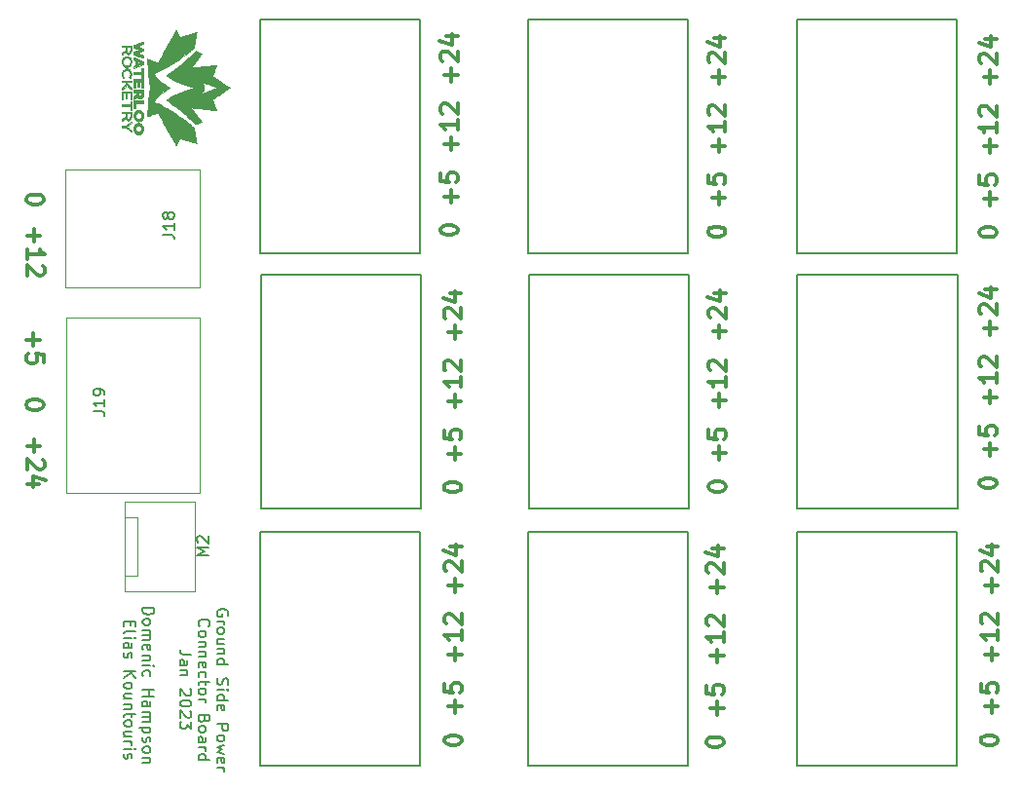
<source format=gto>
G04 #@! TF.GenerationSoftware,KiCad,Pcbnew,(6.0.10)*
G04 #@! TF.CreationDate,2023-01-26T21:48:12-05:00*
G04 #@! TF.ProjectId,Connectors,436f6e6e-6563-4746-9f72-732e6b696361,rev?*
G04 #@! TF.SameCoordinates,Original*
G04 #@! TF.FileFunction,Legend,Top*
G04 #@! TF.FilePolarity,Positive*
%FSLAX46Y46*%
G04 Gerber Fmt 4.6, Leading zero omitted, Abs format (unit mm)*
G04 Created by KiCad (PCBNEW (6.0.10)) date 2023-01-26 21:48:12*
%MOMM*%
%LPD*%
G01*
G04 APERTURE LIST*
%ADD10C,0.300000*%
%ADD11C,0.150000*%
%ADD12C,0.127000*%
%ADD13C,0.120000*%
%ADD14C,0.010000*%
%ADD15R,2.400000X2.400000*%
%ADD16C,2.400000*%
%ADD17R,1.803400X1.803400*%
%ADD18C,1.803400*%
%ADD19C,6.400000*%
%ADD20R,2.030000X1.730000*%
%ADD21O,2.030000X1.730000*%
G04 APERTURE END LIST*
D10*
X130407142Y-101600000D02*
X130407142Y-100457142D01*
X130978571Y-101028571D02*
X129835714Y-101028571D01*
X130978571Y-98957142D02*
X130978571Y-99814285D01*
X130978571Y-99385714D02*
X129478571Y-99385714D01*
X129692857Y-99528571D01*
X129835714Y-99671428D01*
X129907142Y-99814285D01*
X129621428Y-98385714D02*
X129550000Y-98314285D01*
X129478571Y-98171428D01*
X129478571Y-97814285D01*
X129550000Y-97671428D01*
X129621428Y-97600000D01*
X129764285Y-97528571D01*
X129907142Y-97528571D01*
X130121428Y-97600000D01*
X130978571Y-98457142D01*
X130978571Y-97528571D01*
X153357142Y-73409524D02*
X153357142Y-72266666D01*
X153928571Y-72838095D02*
X152785714Y-72838095D01*
X152571428Y-71623809D02*
X152500000Y-71552381D01*
X152428571Y-71409524D01*
X152428571Y-71052381D01*
X152500000Y-70909524D01*
X152571428Y-70838095D01*
X152714285Y-70766666D01*
X152857142Y-70766666D01*
X153071428Y-70838095D01*
X153928571Y-71695238D01*
X153928571Y-70766666D01*
X152928571Y-69480952D02*
X153928571Y-69480952D01*
X152357142Y-69838095D02*
X153428571Y-70195238D01*
X153428571Y-69266666D01*
X153357142Y-83961904D02*
X153357142Y-82819047D01*
X153928571Y-83390475D02*
X152785714Y-83390475D01*
X152428571Y-81390475D02*
X152428571Y-82104761D01*
X153142857Y-82176190D01*
X153071428Y-82104761D01*
X153000000Y-81961904D01*
X153000000Y-81604761D01*
X153071428Y-81461904D01*
X153142857Y-81390475D01*
X153285714Y-81319047D01*
X153642857Y-81319047D01*
X153785714Y-81390475D01*
X153857142Y-81461904D01*
X153928571Y-81604761D01*
X153928571Y-81961904D01*
X153857142Y-82104761D01*
X153785714Y-82176190D01*
X130457142Y-123600000D02*
X130457142Y-122457142D01*
X131028571Y-123028571D02*
X129885714Y-123028571D01*
X131028571Y-120957142D02*
X131028571Y-121814285D01*
X131028571Y-121385714D02*
X129528571Y-121385714D01*
X129742857Y-121528571D01*
X129885714Y-121671428D01*
X129957142Y-121814285D01*
X129671428Y-120385714D02*
X129600000Y-120314285D01*
X129528571Y-120171428D01*
X129528571Y-119814285D01*
X129600000Y-119671428D01*
X129671428Y-119600000D01*
X129814285Y-119528571D01*
X129957142Y-119528571D01*
X130171428Y-119600000D01*
X131028571Y-120457142D01*
X131028571Y-119528571D01*
X176957142Y-79440476D02*
X176957142Y-78297618D01*
X177528571Y-78869047D02*
X176385714Y-78869047D01*
X177528571Y-76797618D02*
X177528571Y-77654761D01*
X177528571Y-77226190D02*
X176028571Y-77226190D01*
X176242857Y-77369047D01*
X176385714Y-77511904D01*
X176457142Y-77654761D01*
X176171428Y-76226190D02*
X176100000Y-76154761D01*
X176028571Y-76011904D01*
X176028571Y-75654761D01*
X176100000Y-75511904D01*
X176171428Y-75440476D01*
X176314285Y-75369047D01*
X176457142Y-75369047D01*
X176671428Y-75440476D01*
X177528571Y-76297618D01*
X177528571Y-75369047D01*
X129178571Y-86230952D02*
X129178571Y-86088095D01*
X129250000Y-85945238D01*
X129321428Y-85873809D01*
X129464285Y-85802381D01*
X129750000Y-85730952D01*
X130107142Y-85730952D01*
X130392857Y-85802381D01*
X130535714Y-85873809D01*
X130607142Y-85945238D01*
X130678571Y-86088095D01*
X130678571Y-86230952D01*
X130607142Y-86373809D01*
X130535714Y-86445238D01*
X130392857Y-86516666D01*
X130107142Y-86588095D01*
X129750000Y-86588095D01*
X129464285Y-86516666D01*
X129321428Y-86445238D01*
X129250000Y-86373809D01*
X129178571Y-86230952D01*
X130457142Y-128161904D02*
X130457142Y-127019047D01*
X131028571Y-127590475D02*
X129885714Y-127590475D01*
X129528571Y-125590475D02*
X129528571Y-126304761D01*
X130242857Y-126376190D01*
X130171428Y-126304761D01*
X130100000Y-126161904D01*
X130100000Y-125804761D01*
X130171428Y-125661904D01*
X130242857Y-125590475D01*
X130385714Y-125519047D01*
X130742857Y-125519047D01*
X130885714Y-125590475D01*
X130957142Y-125661904D01*
X131028571Y-125804761D01*
X131028571Y-126161904D01*
X130957142Y-126304761D01*
X130885714Y-126376190D01*
X93792857Y-95114285D02*
X93792857Y-96257142D01*
X93221428Y-95685714D02*
X94364285Y-95685714D01*
X94721428Y-97685714D02*
X94721428Y-96971428D01*
X94007142Y-96900000D01*
X94078571Y-96971428D01*
X94150000Y-97114285D01*
X94150000Y-97471428D01*
X94078571Y-97614285D01*
X94007142Y-97685714D01*
X93864285Y-97757142D01*
X93507142Y-97757142D01*
X93364285Y-97685714D01*
X93292857Y-97614285D01*
X93221428Y-97471428D01*
X93221428Y-97114285D01*
X93292857Y-96971428D01*
X93364285Y-96900000D01*
X177057142Y-128161904D02*
X177057142Y-127019047D01*
X177628571Y-127590475D02*
X176485714Y-127590475D01*
X176128571Y-125590475D02*
X176128571Y-126304761D01*
X176842857Y-126376190D01*
X176771428Y-126304761D01*
X176700000Y-126161904D01*
X176700000Y-125804761D01*
X176771428Y-125661904D01*
X176842857Y-125590475D01*
X176985714Y-125519047D01*
X177342857Y-125519047D01*
X177485714Y-125590475D01*
X177557142Y-125661904D01*
X177628571Y-125804761D01*
X177628571Y-126161904D01*
X177557142Y-126304761D01*
X177485714Y-126376190D01*
X93842857Y-104350000D02*
X93842857Y-105492857D01*
X93271428Y-104921428D02*
X94414285Y-104921428D01*
X94628571Y-106135714D02*
X94700000Y-106207142D01*
X94771428Y-106350000D01*
X94771428Y-106707142D01*
X94700000Y-106850000D01*
X94628571Y-106921428D01*
X94485714Y-106992857D01*
X94342857Y-106992857D01*
X94128571Y-106921428D01*
X93271428Y-106064285D01*
X93271428Y-106992857D01*
X94271428Y-108278571D02*
X93271428Y-108278571D01*
X94842857Y-107921428D02*
X93771428Y-107564285D01*
X93771428Y-108492857D01*
X153207142Y-123750000D02*
X153207142Y-122607142D01*
X153778571Y-123178571D02*
X152635714Y-123178571D01*
X153778571Y-121107142D02*
X153778571Y-121964285D01*
X153778571Y-121535714D02*
X152278571Y-121535714D01*
X152492857Y-121678571D01*
X152635714Y-121821428D01*
X152707142Y-121964285D01*
X152421428Y-120535714D02*
X152350000Y-120464285D01*
X152278571Y-120321428D01*
X152278571Y-119964285D01*
X152350000Y-119821428D01*
X152421428Y-119750000D01*
X152564285Y-119678571D01*
X152707142Y-119678571D01*
X152921428Y-119750000D01*
X153778571Y-120607142D01*
X153778571Y-119678571D01*
X153407142Y-95559524D02*
X153407142Y-94416666D01*
X153978571Y-94988095D02*
X152835714Y-94988095D01*
X152621428Y-93773809D02*
X152550000Y-93702381D01*
X152478571Y-93559524D01*
X152478571Y-93202381D01*
X152550000Y-93059524D01*
X152621428Y-92988095D01*
X152764285Y-92916666D01*
X152907142Y-92916666D01*
X153121428Y-92988095D01*
X153978571Y-93845238D01*
X153978571Y-92916666D01*
X152978571Y-91630952D02*
X153978571Y-91630952D01*
X152407142Y-91988095D02*
X153478571Y-92345238D01*
X153478571Y-91416666D01*
X129478571Y-108580952D02*
X129478571Y-108438095D01*
X129550000Y-108295238D01*
X129621428Y-108223809D01*
X129764285Y-108152381D01*
X130050000Y-108080952D01*
X130407142Y-108080952D01*
X130692857Y-108152381D01*
X130835714Y-108223809D01*
X130907142Y-108295238D01*
X130978571Y-108438095D01*
X130978571Y-108580952D01*
X130907142Y-108723809D01*
X130835714Y-108795238D01*
X130692857Y-108866666D01*
X130407142Y-108938095D01*
X130050000Y-108938095D01*
X129764285Y-108866666D01*
X129621428Y-108795238D01*
X129550000Y-108723809D01*
X129478571Y-108580952D01*
X176957142Y-105811904D02*
X176957142Y-104669047D01*
X177528571Y-105240475D02*
X176385714Y-105240475D01*
X176028571Y-103240475D02*
X176028571Y-103954761D01*
X176742857Y-104026190D01*
X176671428Y-103954761D01*
X176600000Y-103811904D01*
X176600000Y-103454761D01*
X176671428Y-103311904D01*
X176742857Y-103240475D01*
X176885714Y-103169047D01*
X177242857Y-103169047D01*
X177385714Y-103240475D01*
X177457142Y-103311904D01*
X177528571Y-103454761D01*
X177528571Y-103811904D01*
X177457142Y-103954761D01*
X177385714Y-104026190D01*
X130457142Y-117609524D02*
X130457142Y-116466666D01*
X131028571Y-117038095D02*
X129885714Y-117038095D01*
X129671428Y-115823809D02*
X129600000Y-115752381D01*
X129528571Y-115609524D01*
X129528571Y-115252381D01*
X129600000Y-115109524D01*
X129671428Y-115038095D01*
X129814285Y-114966666D01*
X129957142Y-114966666D01*
X130171428Y-115038095D01*
X131028571Y-115895238D01*
X131028571Y-114966666D01*
X130028571Y-113680952D02*
X131028571Y-113680952D01*
X129457142Y-114038095D02*
X130528571Y-114395238D01*
X130528571Y-113466666D01*
X130407142Y-95609524D02*
X130407142Y-94466666D01*
X130978571Y-95038095D02*
X129835714Y-95038095D01*
X129621428Y-93823809D02*
X129550000Y-93752381D01*
X129478571Y-93609524D01*
X129478571Y-93252381D01*
X129550000Y-93109524D01*
X129621428Y-93038095D01*
X129764285Y-92966666D01*
X129907142Y-92966666D01*
X130121428Y-93038095D01*
X130978571Y-93895238D01*
X130978571Y-92966666D01*
X129978571Y-91680952D02*
X130978571Y-91680952D01*
X129407142Y-92038095D02*
X130478571Y-92395238D01*
X130478571Y-91466666D01*
X94671428Y-101278571D02*
X94671428Y-101421428D01*
X94600000Y-101564285D01*
X94528571Y-101635714D01*
X94385714Y-101707142D01*
X94100000Y-101778571D01*
X93742857Y-101778571D01*
X93457142Y-101707142D01*
X93314285Y-101635714D01*
X93242857Y-101564285D01*
X93171428Y-101421428D01*
X93171428Y-101278571D01*
X93242857Y-101135714D01*
X93314285Y-101064285D01*
X93457142Y-100992857D01*
X93742857Y-100921428D01*
X94100000Y-100921428D01*
X94385714Y-100992857D01*
X94528571Y-101064285D01*
X94600000Y-101135714D01*
X94671428Y-101278571D01*
X153407142Y-106111904D02*
X153407142Y-104969047D01*
X153978571Y-105540475D02*
X152835714Y-105540475D01*
X152478571Y-103540475D02*
X152478571Y-104254761D01*
X153192857Y-104326190D01*
X153121428Y-104254761D01*
X153050000Y-104111904D01*
X153050000Y-103754761D01*
X153121428Y-103611904D01*
X153192857Y-103540475D01*
X153335714Y-103469047D01*
X153692857Y-103469047D01*
X153835714Y-103540475D01*
X153907142Y-103611904D01*
X153978571Y-103754761D01*
X153978571Y-104111904D01*
X153907142Y-104254761D01*
X153835714Y-104326190D01*
X176028571Y-108230952D02*
X176028571Y-108088095D01*
X176100000Y-107945238D01*
X176171428Y-107873809D01*
X176314285Y-107802381D01*
X176600000Y-107730952D01*
X176957142Y-107730952D01*
X177242857Y-107802381D01*
X177385714Y-107873809D01*
X177457142Y-107945238D01*
X177528571Y-108088095D01*
X177528571Y-108230952D01*
X177457142Y-108373809D01*
X177385714Y-108445238D01*
X177242857Y-108516666D01*
X176957142Y-108588095D01*
X176600000Y-108588095D01*
X176314285Y-108516666D01*
X176171428Y-108445238D01*
X176100000Y-108373809D01*
X176028571Y-108230952D01*
X152278571Y-130730952D02*
X152278571Y-130588095D01*
X152350000Y-130445238D01*
X152421428Y-130373809D01*
X152564285Y-130302381D01*
X152850000Y-130230952D01*
X153207142Y-130230952D01*
X153492857Y-130302381D01*
X153635714Y-130373809D01*
X153707142Y-130445238D01*
X153778571Y-130588095D01*
X153778571Y-130730952D01*
X153707142Y-130873809D01*
X153635714Y-130945238D01*
X153492857Y-131016666D01*
X153207142Y-131088095D01*
X152850000Y-131088095D01*
X152564285Y-131016666D01*
X152421428Y-130945238D01*
X152350000Y-130873809D01*
X152278571Y-130730952D01*
X130407142Y-106161904D02*
X130407142Y-105019047D01*
X130978571Y-105590475D02*
X129835714Y-105590475D01*
X129478571Y-103590475D02*
X129478571Y-104304761D01*
X130192857Y-104376190D01*
X130121428Y-104304761D01*
X130050000Y-104161904D01*
X130050000Y-103804761D01*
X130121428Y-103661904D01*
X130192857Y-103590475D01*
X130335714Y-103519047D01*
X130692857Y-103519047D01*
X130835714Y-103590475D01*
X130907142Y-103661904D01*
X130978571Y-103804761D01*
X130978571Y-104161904D01*
X130907142Y-104304761D01*
X130835714Y-104376190D01*
X177057142Y-117609524D02*
X177057142Y-116466666D01*
X177628571Y-117038095D02*
X176485714Y-117038095D01*
X176271428Y-115823809D02*
X176200000Y-115752381D01*
X176128571Y-115609524D01*
X176128571Y-115252381D01*
X176200000Y-115109524D01*
X176271428Y-115038095D01*
X176414285Y-114966666D01*
X176557142Y-114966666D01*
X176771428Y-115038095D01*
X177628571Y-115895238D01*
X177628571Y-114966666D01*
X176628571Y-113680952D02*
X177628571Y-113680952D01*
X176057142Y-114038095D02*
X177128571Y-114395238D01*
X177128571Y-113466666D01*
X130107142Y-83811904D02*
X130107142Y-82669047D01*
X130678571Y-83240475D02*
X129535714Y-83240475D01*
X129178571Y-81240475D02*
X129178571Y-81954761D01*
X129892857Y-82026190D01*
X129821428Y-81954761D01*
X129750000Y-81811904D01*
X129750000Y-81454761D01*
X129821428Y-81311904D01*
X129892857Y-81240475D01*
X130035714Y-81169047D01*
X130392857Y-81169047D01*
X130535714Y-81240475D01*
X130607142Y-81311904D01*
X130678571Y-81454761D01*
X130678571Y-81811904D01*
X130607142Y-81954761D01*
X130535714Y-82026190D01*
X176957142Y-73450000D02*
X176957142Y-72307142D01*
X177528571Y-72878571D02*
X176385714Y-72878571D01*
X176171428Y-71664285D02*
X176100000Y-71592857D01*
X176028571Y-71450000D01*
X176028571Y-71092857D01*
X176100000Y-70950000D01*
X176171428Y-70878571D01*
X176314285Y-70807142D01*
X176457142Y-70807142D01*
X176671428Y-70878571D01*
X177528571Y-71735714D01*
X177528571Y-70807142D01*
X176528571Y-69521428D02*
X177528571Y-69521428D01*
X175957142Y-69878571D02*
X177028571Y-70235714D01*
X177028571Y-69307142D01*
X176957142Y-101250000D02*
X176957142Y-100107142D01*
X177528571Y-100678571D02*
X176385714Y-100678571D01*
X177528571Y-98607142D02*
X177528571Y-99464285D01*
X177528571Y-99035714D02*
X176028571Y-99035714D01*
X176242857Y-99178571D01*
X176385714Y-99321428D01*
X176457142Y-99464285D01*
X176171428Y-98035714D02*
X176100000Y-97964285D01*
X176028571Y-97821428D01*
X176028571Y-97464285D01*
X176100000Y-97321428D01*
X176171428Y-97250000D01*
X176314285Y-97178571D01*
X176457142Y-97178571D01*
X176671428Y-97250000D01*
X177528571Y-98107142D01*
X177528571Y-97178571D01*
D11*
X110697000Y-119682428D02*
X110744619Y-119587190D01*
X110744619Y-119444333D01*
X110697000Y-119301476D01*
X110601761Y-119206238D01*
X110506523Y-119158619D01*
X110316047Y-119111000D01*
X110173190Y-119111000D01*
X109982714Y-119158619D01*
X109887476Y-119206238D01*
X109792238Y-119301476D01*
X109744619Y-119444333D01*
X109744619Y-119539571D01*
X109792238Y-119682428D01*
X109839857Y-119730047D01*
X110173190Y-119730047D01*
X110173190Y-119539571D01*
X109744619Y-120158619D02*
X110411285Y-120158619D01*
X110220809Y-120158619D02*
X110316047Y-120206238D01*
X110363666Y-120253857D01*
X110411285Y-120349095D01*
X110411285Y-120444333D01*
X109744619Y-120920523D02*
X109792238Y-120825285D01*
X109839857Y-120777666D01*
X109935095Y-120730047D01*
X110220809Y-120730047D01*
X110316047Y-120777666D01*
X110363666Y-120825285D01*
X110411285Y-120920523D01*
X110411285Y-121063380D01*
X110363666Y-121158619D01*
X110316047Y-121206238D01*
X110220809Y-121253857D01*
X109935095Y-121253857D01*
X109839857Y-121206238D01*
X109792238Y-121158619D01*
X109744619Y-121063380D01*
X109744619Y-120920523D01*
X110411285Y-122111000D02*
X109744619Y-122111000D01*
X110411285Y-121682428D02*
X109887476Y-121682428D01*
X109792238Y-121730047D01*
X109744619Y-121825285D01*
X109744619Y-121968142D01*
X109792238Y-122063380D01*
X109839857Y-122111000D01*
X110411285Y-122587190D02*
X109744619Y-122587190D01*
X110316047Y-122587190D02*
X110363666Y-122634809D01*
X110411285Y-122730047D01*
X110411285Y-122872904D01*
X110363666Y-122968142D01*
X110268428Y-123015761D01*
X109744619Y-123015761D01*
X109744619Y-123920523D02*
X110744619Y-123920523D01*
X109792238Y-123920523D02*
X109744619Y-123825285D01*
X109744619Y-123634809D01*
X109792238Y-123539571D01*
X109839857Y-123491952D01*
X109935095Y-123444333D01*
X110220809Y-123444333D01*
X110316047Y-123491952D01*
X110363666Y-123539571D01*
X110411285Y-123634809D01*
X110411285Y-123825285D01*
X110363666Y-123920523D01*
X109792238Y-125111000D02*
X109744619Y-125253857D01*
X109744619Y-125491952D01*
X109792238Y-125587190D01*
X109839857Y-125634809D01*
X109935095Y-125682428D01*
X110030333Y-125682428D01*
X110125571Y-125634809D01*
X110173190Y-125587190D01*
X110220809Y-125491952D01*
X110268428Y-125301476D01*
X110316047Y-125206238D01*
X110363666Y-125158619D01*
X110458904Y-125111000D01*
X110554142Y-125111000D01*
X110649380Y-125158619D01*
X110697000Y-125206238D01*
X110744619Y-125301476D01*
X110744619Y-125539571D01*
X110697000Y-125682428D01*
X109744619Y-126111000D02*
X110411285Y-126111000D01*
X110744619Y-126111000D02*
X110697000Y-126063380D01*
X110649380Y-126111000D01*
X110697000Y-126158619D01*
X110744619Y-126111000D01*
X110649380Y-126111000D01*
X109744619Y-127015761D02*
X110744619Y-127015761D01*
X109792238Y-127015761D02*
X109744619Y-126920523D01*
X109744619Y-126730047D01*
X109792238Y-126634809D01*
X109839857Y-126587190D01*
X109935095Y-126539571D01*
X110220809Y-126539571D01*
X110316047Y-126587190D01*
X110363666Y-126634809D01*
X110411285Y-126730047D01*
X110411285Y-126920523D01*
X110363666Y-127015761D01*
X109792238Y-127872904D02*
X109744619Y-127777666D01*
X109744619Y-127587190D01*
X109792238Y-127491952D01*
X109887476Y-127444333D01*
X110268428Y-127444333D01*
X110363666Y-127491952D01*
X110411285Y-127587190D01*
X110411285Y-127777666D01*
X110363666Y-127872904D01*
X110268428Y-127920523D01*
X110173190Y-127920523D01*
X110077952Y-127444333D01*
X109744619Y-129111000D02*
X110744619Y-129111000D01*
X110744619Y-129491952D01*
X110697000Y-129587190D01*
X110649380Y-129634809D01*
X110554142Y-129682428D01*
X110411285Y-129682428D01*
X110316047Y-129634809D01*
X110268428Y-129587190D01*
X110220809Y-129491952D01*
X110220809Y-129111000D01*
X109744619Y-130253857D02*
X109792238Y-130158619D01*
X109839857Y-130111000D01*
X109935095Y-130063380D01*
X110220809Y-130063380D01*
X110316047Y-130111000D01*
X110363666Y-130158619D01*
X110411285Y-130253857D01*
X110411285Y-130396714D01*
X110363666Y-130491952D01*
X110316047Y-130539571D01*
X110220809Y-130587190D01*
X109935095Y-130587190D01*
X109839857Y-130539571D01*
X109792238Y-130491952D01*
X109744619Y-130396714D01*
X109744619Y-130253857D01*
X110411285Y-130920523D02*
X109744619Y-131111000D01*
X110220809Y-131301476D01*
X109744619Y-131491952D01*
X110411285Y-131682428D01*
X109792238Y-132444333D02*
X109744619Y-132349095D01*
X109744619Y-132158619D01*
X109792238Y-132063380D01*
X109887476Y-132015761D01*
X110268428Y-132015761D01*
X110363666Y-132063380D01*
X110411285Y-132158619D01*
X110411285Y-132349095D01*
X110363666Y-132444333D01*
X110268428Y-132491952D01*
X110173190Y-132491952D01*
X110077952Y-132015761D01*
X109744619Y-132920523D02*
X110411285Y-132920523D01*
X110220809Y-132920523D02*
X110316047Y-132968142D01*
X110363666Y-133015761D01*
X110411285Y-133111000D01*
X110411285Y-133206238D01*
X108229857Y-120611000D02*
X108182238Y-120563380D01*
X108134619Y-120420523D01*
X108134619Y-120325285D01*
X108182238Y-120182428D01*
X108277476Y-120087190D01*
X108372714Y-120039571D01*
X108563190Y-119991952D01*
X108706047Y-119991952D01*
X108896523Y-120039571D01*
X108991761Y-120087190D01*
X109087000Y-120182428D01*
X109134619Y-120325285D01*
X109134619Y-120420523D01*
X109087000Y-120563380D01*
X109039380Y-120611000D01*
X108134619Y-121182428D02*
X108182238Y-121087190D01*
X108229857Y-121039571D01*
X108325095Y-120991952D01*
X108610809Y-120991952D01*
X108706047Y-121039571D01*
X108753666Y-121087190D01*
X108801285Y-121182428D01*
X108801285Y-121325285D01*
X108753666Y-121420523D01*
X108706047Y-121468142D01*
X108610809Y-121515761D01*
X108325095Y-121515761D01*
X108229857Y-121468142D01*
X108182238Y-121420523D01*
X108134619Y-121325285D01*
X108134619Y-121182428D01*
X108801285Y-121944333D02*
X108134619Y-121944333D01*
X108706047Y-121944333D02*
X108753666Y-121991952D01*
X108801285Y-122087190D01*
X108801285Y-122230047D01*
X108753666Y-122325285D01*
X108658428Y-122372904D01*
X108134619Y-122372904D01*
X108801285Y-122849095D02*
X108134619Y-122849095D01*
X108706047Y-122849095D02*
X108753666Y-122896714D01*
X108801285Y-122991952D01*
X108801285Y-123134809D01*
X108753666Y-123230047D01*
X108658428Y-123277666D01*
X108134619Y-123277666D01*
X108182238Y-124134809D02*
X108134619Y-124039571D01*
X108134619Y-123849095D01*
X108182238Y-123753857D01*
X108277476Y-123706238D01*
X108658428Y-123706238D01*
X108753666Y-123753857D01*
X108801285Y-123849095D01*
X108801285Y-124039571D01*
X108753666Y-124134809D01*
X108658428Y-124182428D01*
X108563190Y-124182428D01*
X108467952Y-123706238D01*
X108182238Y-125039571D02*
X108134619Y-124944333D01*
X108134619Y-124753857D01*
X108182238Y-124658619D01*
X108229857Y-124611000D01*
X108325095Y-124563380D01*
X108610809Y-124563380D01*
X108706047Y-124611000D01*
X108753666Y-124658619D01*
X108801285Y-124753857D01*
X108801285Y-124944333D01*
X108753666Y-125039571D01*
X108801285Y-125325285D02*
X108801285Y-125706238D01*
X109134619Y-125468142D02*
X108277476Y-125468142D01*
X108182238Y-125515761D01*
X108134619Y-125611000D01*
X108134619Y-125706238D01*
X108134619Y-126182428D02*
X108182238Y-126087190D01*
X108229857Y-126039571D01*
X108325095Y-125991952D01*
X108610809Y-125991952D01*
X108706047Y-126039571D01*
X108753666Y-126087190D01*
X108801285Y-126182428D01*
X108801285Y-126325285D01*
X108753666Y-126420523D01*
X108706047Y-126468142D01*
X108610809Y-126515761D01*
X108325095Y-126515761D01*
X108229857Y-126468142D01*
X108182238Y-126420523D01*
X108134619Y-126325285D01*
X108134619Y-126182428D01*
X108134619Y-126944333D02*
X108801285Y-126944333D01*
X108610809Y-126944333D02*
X108706047Y-126991952D01*
X108753666Y-127039571D01*
X108801285Y-127134809D01*
X108801285Y-127230047D01*
X108658428Y-128658619D02*
X108610809Y-128801476D01*
X108563190Y-128849095D01*
X108467952Y-128896714D01*
X108325095Y-128896714D01*
X108229857Y-128849095D01*
X108182238Y-128801476D01*
X108134619Y-128706238D01*
X108134619Y-128325285D01*
X109134619Y-128325285D01*
X109134619Y-128658619D01*
X109087000Y-128753857D01*
X109039380Y-128801476D01*
X108944142Y-128849095D01*
X108848904Y-128849095D01*
X108753666Y-128801476D01*
X108706047Y-128753857D01*
X108658428Y-128658619D01*
X108658428Y-128325285D01*
X108134619Y-129468142D02*
X108182238Y-129372904D01*
X108229857Y-129325285D01*
X108325095Y-129277666D01*
X108610809Y-129277666D01*
X108706047Y-129325285D01*
X108753666Y-129372904D01*
X108801285Y-129468142D01*
X108801285Y-129611000D01*
X108753666Y-129706238D01*
X108706047Y-129753857D01*
X108610809Y-129801476D01*
X108325095Y-129801476D01*
X108229857Y-129753857D01*
X108182238Y-129706238D01*
X108134619Y-129611000D01*
X108134619Y-129468142D01*
X108134619Y-130658619D02*
X108658428Y-130658619D01*
X108753666Y-130611000D01*
X108801285Y-130515761D01*
X108801285Y-130325285D01*
X108753666Y-130230047D01*
X108182238Y-130658619D02*
X108134619Y-130563380D01*
X108134619Y-130325285D01*
X108182238Y-130230047D01*
X108277476Y-130182428D01*
X108372714Y-130182428D01*
X108467952Y-130230047D01*
X108515571Y-130325285D01*
X108515571Y-130563380D01*
X108563190Y-130658619D01*
X108134619Y-131134809D02*
X108801285Y-131134809D01*
X108610809Y-131134809D02*
X108706047Y-131182428D01*
X108753666Y-131230047D01*
X108801285Y-131325285D01*
X108801285Y-131420523D01*
X108134619Y-132182428D02*
X109134619Y-132182428D01*
X108182238Y-132182428D02*
X108134619Y-132087190D01*
X108134619Y-131896714D01*
X108182238Y-131801476D01*
X108229857Y-131753857D01*
X108325095Y-131706238D01*
X108610809Y-131706238D01*
X108706047Y-131753857D01*
X108753666Y-131801476D01*
X108801285Y-131896714D01*
X108801285Y-132087190D01*
X108753666Y-132182428D01*
X107524619Y-123063380D02*
X106810333Y-123063380D01*
X106667476Y-123015761D01*
X106572238Y-122920523D01*
X106524619Y-122777666D01*
X106524619Y-122682428D01*
X106524619Y-123968142D02*
X107048428Y-123968142D01*
X107143666Y-123920523D01*
X107191285Y-123825285D01*
X107191285Y-123634809D01*
X107143666Y-123539571D01*
X106572238Y-123968142D02*
X106524619Y-123872904D01*
X106524619Y-123634809D01*
X106572238Y-123539571D01*
X106667476Y-123491952D01*
X106762714Y-123491952D01*
X106857952Y-123539571D01*
X106905571Y-123634809D01*
X106905571Y-123872904D01*
X106953190Y-123968142D01*
X107191285Y-124444333D02*
X106524619Y-124444333D01*
X107096047Y-124444333D02*
X107143666Y-124491952D01*
X107191285Y-124587190D01*
X107191285Y-124730047D01*
X107143666Y-124825285D01*
X107048428Y-124872904D01*
X106524619Y-124872904D01*
X107429380Y-126063380D02*
X107477000Y-126111000D01*
X107524619Y-126206238D01*
X107524619Y-126444333D01*
X107477000Y-126539571D01*
X107429380Y-126587190D01*
X107334142Y-126634809D01*
X107238904Y-126634809D01*
X107096047Y-126587190D01*
X106524619Y-126015761D01*
X106524619Y-126634809D01*
X107524619Y-127253857D02*
X107524619Y-127349095D01*
X107477000Y-127444333D01*
X107429380Y-127491952D01*
X107334142Y-127539571D01*
X107143666Y-127587190D01*
X106905571Y-127587190D01*
X106715095Y-127539571D01*
X106619857Y-127491952D01*
X106572238Y-127444333D01*
X106524619Y-127349095D01*
X106524619Y-127253857D01*
X106572238Y-127158619D01*
X106619857Y-127111000D01*
X106715095Y-127063380D01*
X106905571Y-127015761D01*
X107143666Y-127015761D01*
X107334142Y-127063380D01*
X107429380Y-127111000D01*
X107477000Y-127158619D01*
X107524619Y-127253857D01*
X107429380Y-127968142D02*
X107477000Y-128015761D01*
X107524619Y-128111000D01*
X107524619Y-128349095D01*
X107477000Y-128444333D01*
X107429380Y-128491952D01*
X107334142Y-128539571D01*
X107238904Y-128539571D01*
X107096047Y-128491952D01*
X106524619Y-127920523D01*
X106524619Y-128539571D01*
X107524619Y-128872904D02*
X107524619Y-129491952D01*
X107143666Y-129158619D01*
X107143666Y-129301476D01*
X107096047Y-129396714D01*
X107048428Y-129444333D01*
X106953190Y-129491952D01*
X106715095Y-129491952D01*
X106619857Y-129444333D01*
X106572238Y-129396714D01*
X106524619Y-129301476D01*
X106524619Y-129015761D01*
X106572238Y-128920523D01*
X106619857Y-128872904D01*
X103304619Y-119015761D02*
X104304619Y-119015761D01*
X104304619Y-119253857D01*
X104257000Y-119396714D01*
X104161761Y-119491952D01*
X104066523Y-119539571D01*
X103876047Y-119587190D01*
X103733190Y-119587190D01*
X103542714Y-119539571D01*
X103447476Y-119491952D01*
X103352238Y-119396714D01*
X103304619Y-119253857D01*
X103304619Y-119015761D01*
X103304619Y-120158619D02*
X103352238Y-120063380D01*
X103399857Y-120015761D01*
X103495095Y-119968142D01*
X103780809Y-119968142D01*
X103876047Y-120015761D01*
X103923666Y-120063380D01*
X103971285Y-120158619D01*
X103971285Y-120301476D01*
X103923666Y-120396714D01*
X103876047Y-120444333D01*
X103780809Y-120491952D01*
X103495095Y-120491952D01*
X103399857Y-120444333D01*
X103352238Y-120396714D01*
X103304619Y-120301476D01*
X103304619Y-120158619D01*
X103304619Y-120920523D02*
X103971285Y-120920523D01*
X103876047Y-120920523D02*
X103923666Y-120968142D01*
X103971285Y-121063380D01*
X103971285Y-121206238D01*
X103923666Y-121301476D01*
X103828428Y-121349095D01*
X103304619Y-121349095D01*
X103828428Y-121349095D02*
X103923666Y-121396714D01*
X103971285Y-121491952D01*
X103971285Y-121634809D01*
X103923666Y-121730047D01*
X103828428Y-121777666D01*
X103304619Y-121777666D01*
X103352238Y-122634809D02*
X103304619Y-122539571D01*
X103304619Y-122349095D01*
X103352238Y-122253857D01*
X103447476Y-122206238D01*
X103828428Y-122206238D01*
X103923666Y-122253857D01*
X103971285Y-122349095D01*
X103971285Y-122539571D01*
X103923666Y-122634809D01*
X103828428Y-122682428D01*
X103733190Y-122682428D01*
X103637952Y-122206238D01*
X103971285Y-123111000D02*
X103304619Y-123111000D01*
X103876047Y-123111000D02*
X103923666Y-123158619D01*
X103971285Y-123253857D01*
X103971285Y-123396714D01*
X103923666Y-123491952D01*
X103828428Y-123539571D01*
X103304619Y-123539571D01*
X103304619Y-124015761D02*
X103971285Y-124015761D01*
X104304619Y-124015761D02*
X104257000Y-123968142D01*
X104209380Y-124015761D01*
X104257000Y-124063380D01*
X104304619Y-124015761D01*
X104209380Y-124015761D01*
X103352238Y-124920523D02*
X103304619Y-124825285D01*
X103304619Y-124634809D01*
X103352238Y-124539571D01*
X103399857Y-124491952D01*
X103495095Y-124444333D01*
X103780809Y-124444333D01*
X103876047Y-124491952D01*
X103923666Y-124539571D01*
X103971285Y-124634809D01*
X103971285Y-124825285D01*
X103923666Y-124920523D01*
X103304619Y-126111000D02*
X104304619Y-126111000D01*
X103828428Y-126111000D02*
X103828428Y-126682428D01*
X103304619Y-126682428D02*
X104304619Y-126682428D01*
X103304619Y-127587190D02*
X103828428Y-127587190D01*
X103923666Y-127539571D01*
X103971285Y-127444333D01*
X103971285Y-127253857D01*
X103923666Y-127158619D01*
X103352238Y-127587190D02*
X103304619Y-127491952D01*
X103304619Y-127253857D01*
X103352238Y-127158619D01*
X103447476Y-127111000D01*
X103542714Y-127111000D01*
X103637952Y-127158619D01*
X103685571Y-127253857D01*
X103685571Y-127491952D01*
X103733190Y-127587190D01*
X103304619Y-128063380D02*
X103971285Y-128063380D01*
X103876047Y-128063380D02*
X103923666Y-128111000D01*
X103971285Y-128206238D01*
X103971285Y-128349095D01*
X103923666Y-128444333D01*
X103828428Y-128491952D01*
X103304619Y-128491952D01*
X103828428Y-128491952D02*
X103923666Y-128539571D01*
X103971285Y-128634809D01*
X103971285Y-128777666D01*
X103923666Y-128872904D01*
X103828428Y-128920523D01*
X103304619Y-128920523D01*
X103971285Y-129396714D02*
X102971285Y-129396714D01*
X103923666Y-129396714D02*
X103971285Y-129491952D01*
X103971285Y-129682428D01*
X103923666Y-129777666D01*
X103876047Y-129825285D01*
X103780809Y-129872904D01*
X103495095Y-129872904D01*
X103399857Y-129825285D01*
X103352238Y-129777666D01*
X103304619Y-129682428D01*
X103304619Y-129491952D01*
X103352238Y-129396714D01*
X103352238Y-130253857D02*
X103304619Y-130349095D01*
X103304619Y-130539571D01*
X103352238Y-130634809D01*
X103447476Y-130682428D01*
X103495095Y-130682428D01*
X103590333Y-130634809D01*
X103637952Y-130539571D01*
X103637952Y-130396714D01*
X103685571Y-130301476D01*
X103780809Y-130253857D01*
X103828428Y-130253857D01*
X103923666Y-130301476D01*
X103971285Y-130396714D01*
X103971285Y-130539571D01*
X103923666Y-130634809D01*
X103304619Y-131253857D02*
X103352238Y-131158619D01*
X103399857Y-131111000D01*
X103495095Y-131063380D01*
X103780809Y-131063380D01*
X103876047Y-131111000D01*
X103923666Y-131158619D01*
X103971285Y-131253857D01*
X103971285Y-131396714D01*
X103923666Y-131491952D01*
X103876047Y-131539571D01*
X103780809Y-131587190D01*
X103495095Y-131587190D01*
X103399857Y-131539571D01*
X103352238Y-131491952D01*
X103304619Y-131396714D01*
X103304619Y-131253857D01*
X103971285Y-132015761D02*
X103304619Y-132015761D01*
X103876047Y-132015761D02*
X103923666Y-132063380D01*
X103971285Y-132158619D01*
X103971285Y-132301476D01*
X103923666Y-132396714D01*
X103828428Y-132444333D01*
X103304619Y-132444333D01*
X102218428Y-120158619D02*
X102218428Y-120491952D01*
X101694619Y-120634809D02*
X101694619Y-120158619D01*
X102694619Y-120158619D01*
X102694619Y-120634809D01*
X101694619Y-121206238D02*
X101742238Y-121111000D01*
X101837476Y-121063380D01*
X102694619Y-121063380D01*
X101694619Y-121587190D02*
X102361285Y-121587190D01*
X102694619Y-121587190D02*
X102647000Y-121539571D01*
X102599380Y-121587190D01*
X102647000Y-121634809D01*
X102694619Y-121587190D01*
X102599380Y-121587190D01*
X101694619Y-122491952D02*
X102218428Y-122491952D01*
X102313666Y-122444333D01*
X102361285Y-122349095D01*
X102361285Y-122158619D01*
X102313666Y-122063380D01*
X101742238Y-122491952D02*
X101694619Y-122396714D01*
X101694619Y-122158619D01*
X101742238Y-122063380D01*
X101837476Y-122015761D01*
X101932714Y-122015761D01*
X102027952Y-122063380D01*
X102075571Y-122158619D01*
X102075571Y-122396714D01*
X102123190Y-122491952D01*
X101742238Y-122920523D02*
X101694619Y-123015761D01*
X101694619Y-123206238D01*
X101742238Y-123301476D01*
X101837476Y-123349095D01*
X101885095Y-123349095D01*
X101980333Y-123301476D01*
X102027952Y-123206238D01*
X102027952Y-123063380D01*
X102075571Y-122968142D01*
X102170809Y-122920523D01*
X102218428Y-122920523D01*
X102313666Y-122968142D01*
X102361285Y-123063380D01*
X102361285Y-123206238D01*
X102313666Y-123301476D01*
X101694619Y-124539571D02*
X102694619Y-124539571D01*
X101694619Y-125111000D02*
X102266047Y-124682428D01*
X102694619Y-125111000D02*
X102123190Y-124539571D01*
X101694619Y-125682428D02*
X101742238Y-125587190D01*
X101789857Y-125539571D01*
X101885095Y-125491952D01*
X102170809Y-125491952D01*
X102266047Y-125539571D01*
X102313666Y-125587190D01*
X102361285Y-125682428D01*
X102361285Y-125825285D01*
X102313666Y-125920523D01*
X102266047Y-125968142D01*
X102170809Y-126015761D01*
X101885095Y-126015761D01*
X101789857Y-125968142D01*
X101742238Y-125920523D01*
X101694619Y-125825285D01*
X101694619Y-125682428D01*
X102361285Y-126872904D02*
X101694619Y-126872904D01*
X102361285Y-126444333D02*
X101837476Y-126444333D01*
X101742238Y-126491952D01*
X101694619Y-126587190D01*
X101694619Y-126730047D01*
X101742238Y-126825285D01*
X101789857Y-126872904D01*
X102361285Y-127349095D02*
X101694619Y-127349095D01*
X102266047Y-127349095D02*
X102313666Y-127396714D01*
X102361285Y-127491952D01*
X102361285Y-127634809D01*
X102313666Y-127730047D01*
X102218428Y-127777666D01*
X101694619Y-127777666D01*
X102361285Y-128111000D02*
X102361285Y-128491952D01*
X102694619Y-128253857D02*
X101837476Y-128253857D01*
X101742238Y-128301476D01*
X101694619Y-128396714D01*
X101694619Y-128491952D01*
X101694619Y-128968142D02*
X101742238Y-128872904D01*
X101789857Y-128825285D01*
X101885095Y-128777666D01*
X102170809Y-128777666D01*
X102266047Y-128825285D01*
X102313666Y-128872904D01*
X102361285Y-128968142D01*
X102361285Y-129111000D01*
X102313666Y-129206238D01*
X102266047Y-129253857D01*
X102170809Y-129301476D01*
X101885095Y-129301476D01*
X101789857Y-129253857D01*
X101742238Y-129206238D01*
X101694619Y-129111000D01*
X101694619Y-128968142D01*
X102361285Y-130158619D02*
X101694619Y-130158619D01*
X102361285Y-129730047D02*
X101837476Y-129730047D01*
X101742238Y-129777666D01*
X101694619Y-129872904D01*
X101694619Y-130015761D01*
X101742238Y-130111000D01*
X101789857Y-130158619D01*
X101694619Y-130634809D02*
X102361285Y-130634809D01*
X102170809Y-130634809D02*
X102266047Y-130682428D01*
X102313666Y-130730047D01*
X102361285Y-130825285D01*
X102361285Y-130920523D01*
X101694619Y-131253857D02*
X102361285Y-131253857D01*
X102694619Y-131253857D02*
X102647000Y-131206238D01*
X102599380Y-131253857D01*
X102647000Y-131301476D01*
X102694619Y-131253857D01*
X102599380Y-131253857D01*
X101742238Y-131682428D02*
X101694619Y-131777666D01*
X101694619Y-131968142D01*
X101742238Y-132063380D01*
X101837476Y-132111000D01*
X101885095Y-132111000D01*
X101980333Y-132063380D01*
X102027952Y-131968142D01*
X102027952Y-131825285D01*
X102075571Y-131730047D01*
X102170809Y-131682428D01*
X102218428Y-131682428D01*
X102313666Y-131730047D01*
X102361285Y-131825285D01*
X102361285Y-131968142D01*
X102313666Y-132063380D01*
D10*
X176128571Y-130580952D02*
X176128571Y-130438095D01*
X176200000Y-130295238D01*
X176271428Y-130223809D01*
X176414285Y-130152381D01*
X176700000Y-130080952D01*
X177057142Y-130080952D01*
X177342857Y-130152381D01*
X177485714Y-130223809D01*
X177557142Y-130295238D01*
X177628571Y-130438095D01*
X177628571Y-130580952D01*
X177557142Y-130723809D01*
X177485714Y-130795238D01*
X177342857Y-130866666D01*
X177057142Y-130938095D01*
X176700000Y-130938095D01*
X176414285Y-130866666D01*
X176271428Y-130795238D01*
X176200000Y-130723809D01*
X176128571Y-130580952D01*
X130107142Y-73259524D02*
X130107142Y-72116666D01*
X130678571Y-72688095D02*
X129535714Y-72688095D01*
X129321428Y-71473809D02*
X129250000Y-71402381D01*
X129178571Y-71259524D01*
X129178571Y-70902381D01*
X129250000Y-70759524D01*
X129321428Y-70688095D01*
X129464285Y-70616666D01*
X129607142Y-70616666D01*
X129821428Y-70688095D01*
X130678571Y-71545238D01*
X130678571Y-70616666D01*
X129678571Y-69330952D02*
X130678571Y-69330952D01*
X129107142Y-69688095D02*
X130178571Y-70045238D01*
X130178571Y-69116666D01*
X153207142Y-117759524D02*
X153207142Y-116616666D01*
X153778571Y-117188095D02*
X152635714Y-117188095D01*
X152421428Y-115973809D02*
X152350000Y-115902381D01*
X152278571Y-115759524D01*
X152278571Y-115402381D01*
X152350000Y-115259524D01*
X152421428Y-115188095D01*
X152564285Y-115116666D01*
X152707142Y-115116666D01*
X152921428Y-115188095D01*
X153778571Y-116045238D01*
X153778571Y-115116666D01*
X152778571Y-113830952D02*
X153778571Y-113830952D01*
X152207142Y-114188095D02*
X153278571Y-114545238D01*
X153278571Y-113616666D01*
X152428571Y-86380952D02*
X152428571Y-86238095D01*
X152500000Y-86095238D01*
X152571428Y-86023809D01*
X152714285Y-85952381D01*
X153000000Y-85880952D01*
X153357142Y-85880952D01*
X153642857Y-85952381D01*
X153785714Y-86023809D01*
X153857142Y-86095238D01*
X153928571Y-86238095D01*
X153928571Y-86380952D01*
X153857142Y-86523809D01*
X153785714Y-86595238D01*
X153642857Y-86666666D01*
X153357142Y-86738095D01*
X153000000Y-86738095D01*
X152714285Y-86666666D01*
X152571428Y-86595238D01*
X152500000Y-86523809D01*
X152428571Y-86380952D01*
X130107142Y-79250000D02*
X130107142Y-78107142D01*
X130678571Y-78678571D02*
X129535714Y-78678571D01*
X130678571Y-76607142D02*
X130678571Y-77464285D01*
X130678571Y-77035714D02*
X129178571Y-77035714D01*
X129392857Y-77178571D01*
X129535714Y-77321428D01*
X129607142Y-77464285D01*
X129321428Y-76035714D02*
X129250000Y-75964285D01*
X129178571Y-75821428D01*
X129178571Y-75464285D01*
X129250000Y-75321428D01*
X129321428Y-75250000D01*
X129464285Y-75178571D01*
X129607142Y-75178571D01*
X129821428Y-75250000D01*
X130678571Y-76107142D01*
X130678571Y-75178571D01*
X176957142Y-84002380D02*
X176957142Y-82859523D01*
X177528571Y-83430951D02*
X176385714Y-83430951D01*
X176028571Y-81430951D02*
X176028571Y-82145237D01*
X176742857Y-82216666D01*
X176671428Y-82145237D01*
X176600000Y-82002380D01*
X176600000Y-81645237D01*
X176671428Y-81502380D01*
X176742857Y-81430951D01*
X176885714Y-81359523D01*
X177242857Y-81359523D01*
X177385714Y-81430951D01*
X177457142Y-81502380D01*
X177528571Y-81645237D01*
X177528571Y-82002380D01*
X177457142Y-82145237D01*
X177385714Y-82216666D01*
X94721428Y-83428571D02*
X94721428Y-83571428D01*
X94650000Y-83714285D01*
X94578571Y-83785714D01*
X94435714Y-83857142D01*
X94150000Y-83928571D01*
X93792857Y-83928571D01*
X93507142Y-83857142D01*
X93364285Y-83785714D01*
X93292857Y-83714285D01*
X93221428Y-83571428D01*
X93221428Y-83428571D01*
X93292857Y-83285714D01*
X93364285Y-83214285D01*
X93507142Y-83142857D01*
X93792857Y-83071428D01*
X94150000Y-83071428D01*
X94435714Y-83142857D01*
X94578571Y-83214285D01*
X94650000Y-83285714D01*
X94721428Y-83428571D01*
X152478571Y-108530952D02*
X152478571Y-108388095D01*
X152550000Y-108245238D01*
X152621428Y-108173809D01*
X152764285Y-108102381D01*
X153050000Y-108030952D01*
X153407142Y-108030952D01*
X153692857Y-108102381D01*
X153835714Y-108173809D01*
X153907142Y-108245238D01*
X153978571Y-108388095D01*
X153978571Y-108530952D01*
X153907142Y-108673809D01*
X153835714Y-108745238D01*
X153692857Y-108816666D01*
X153407142Y-108888095D01*
X153050000Y-108888095D01*
X152764285Y-108816666D01*
X152621428Y-108745238D01*
X152550000Y-108673809D01*
X152478571Y-108530952D01*
X153207142Y-128311904D02*
X153207142Y-127169047D01*
X153778571Y-127740475D02*
X152635714Y-127740475D01*
X152278571Y-125740475D02*
X152278571Y-126454761D01*
X152992857Y-126526190D01*
X152921428Y-126454761D01*
X152850000Y-126311904D01*
X152850000Y-125954761D01*
X152921428Y-125811904D01*
X152992857Y-125740475D01*
X153135714Y-125669047D01*
X153492857Y-125669047D01*
X153635714Y-125740475D01*
X153707142Y-125811904D01*
X153778571Y-125954761D01*
X153778571Y-126311904D01*
X153707142Y-126454761D01*
X153635714Y-126526190D01*
X177057142Y-123600000D02*
X177057142Y-122457142D01*
X177628571Y-123028571D02*
X176485714Y-123028571D01*
X177628571Y-120957142D02*
X177628571Y-121814285D01*
X177628571Y-121385714D02*
X176128571Y-121385714D01*
X176342857Y-121528571D01*
X176485714Y-121671428D01*
X176557142Y-121814285D01*
X176271428Y-120385714D02*
X176200000Y-120314285D01*
X176128571Y-120171428D01*
X176128571Y-119814285D01*
X176200000Y-119671428D01*
X176271428Y-119600000D01*
X176414285Y-119528571D01*
X176557142Y-119528571D01*
X176771428Y-119600000D01*
X177628571Y-120457142D01*
X177628571Y-119528571D01*
X176957142Y-95259524D02*
X176957142Y-94116666D01*
X177528571Y-94688095D02*
X176385714Y-94688095D01*
X176171428Y-93473809D02*
X176100000Y-93402381D01*
X176028571Y-93259524D01*
X176028571Y-92902381D01*
X176100000Y-92759524D01*
X176171428Y-92688095D01*
X176314285Y-92616666D01*
X176457142Y-92616666D01*
X176671428Y-92688095D01*
X177528571Y-93545238D01*
X177528571Y-92616666D01*
X176528571Y-91330952D02*
X177528571Y-91330952D01*
X175957142Y-91688095D02*
X177028571Y-92045238D01*
X177028571Y-91116666D01*
X176028571Y-86421428D02*
X176028571Y-86278571D01*
X176100000Y-86135714D01*
X176171428Y-86064285D01*
X176314285Y-85992857D01*
X176600000Y-85921428D01*
X176957142Y-85921428D01*
X177242857Y-85992857D01*
X177385714Y-86064285D01*
X177457142Y-86135714D01*
X177528571Y-86278571D01*
X177528571Y-86421428D01*
X177457142Y-86564285D01*
X177385714Y-86635714D01*
X177242857Y-86707142D01*
X176957142Y-86778571D01*
X176600000Y-86778571D01*
X176314285Y-86707142D01*
X176171428Y-86635714D01*
X176100000Y-86564285D01*
X176028571Y-86421428D01*
X153357142Y-79400000D02*
X153357142Y-78257142D01*
X153928571Y-78828571D02*
X152785714Y-78828571D01*
X153928571Y-76757142D02*
X153928571Y-77614285D01*
X153928571Y-77185714D02*
X152428571Y-77185714D01*
X152642857Y-77328571D01*
X152785714Y-77471428D01*
X152857142Y-77614285D01*
X152571428Y-76185714D02*
X152500000Y-76114285D01*
X152428571Y-75971428D01*
X152428571Y-75614285D01*
X152500000Y-75471428D01*
X152571428Y-75400000D01*
X152714285Y-75328571D01*
X152857142Y-75328571D01*
X153071428Y-75400000D01*
X153928571Y-76257142D01*
X153928571Y-75328571D01*
X129528571Y-130580952D02*
X129528571Y-130438095D01*
X129600000Y-130295238D01*
X129671428Y-130223809D01*
X129814285Y-130152381D01*
X130100000Y-130080952D01*
X130457142Y-130080952D01*
X130742857Y-130152381D01*
X130885714Y-130223809D01*
X130957142Y-130295238D01*
X131028571Y-130438095D01*
X131028571Y-130580952D01*
X130957142Y-130723809D01*
X130885714Y-130795238D01*
X130742857Y-130866666D01*
X130457142Y-130938095D01*
X130100000Y-130938095D01*
X129814285Y-130866666D01*
X129671428Y-130795238D01*
X129600000Y-130723809D01*
X129528571Y-130580952D01*
X93842857Y-86050000D02*
X93842857Y-87192857D01*
X93271428Y-86621428D02*
X94414285Y-86621428D01*
X93271428Y-88692857D02*
X93271428Y-87835714D01*
X93271428Y-88264285D02*
X94771428Y-88264285D01*
X94557142Y-88121428D01*
X94414285Y-87978571D01*
X94342857Y-87835714D01*
X94628571Y-89264285D02*
X94700000Y-89335714D01*
X94771428Y-89478571D01*
X94771428Y-89835714D01*
X94700000Y-89978571D01*
X94628571Y-90050000D01*
X94485714Y-90121428D01*
X94342857Y-90121428D01*
X94128571Y-90050000D01*
X93271428Y-89192857D01*
X93271428Y-90121428D01*
X153407142Y-101550000D02*
X153407142Y-100407142D01*
X153978571Y-100978571D02*
X152835714Y-100978571D01*
X153978571Y-98907142D02*
X153978571Y-99764285D01*
X153978571Y-99335714D02*
X152478571Y-99335714D01*
X152692857Y-99478571D01*
X152835714Y-99621428D01*
X152907142Y-99764285D01*
X152621428Y-98335714D02*
X152550000Y-98264285D01*
X152478571Y-98121428D01*
X152478571Y-97764285D01*
X152550000Y-97621428D01*
X152621428Y-97550000D01*
X152764285Y-97478571D01*
X152907142Y-97478571D01*
X153121428Y-97550000D01*
X153978571Y-98407142D01*
X153978571Y-97478571D01*
D11*
X99002379Y-101909523D02*
X99716665Y-101909523D01*
X99859522Y-101957142D01*
X99954760Y-102052380D01*
X100002379Y-102195238D01*
X100002379Y-102290476D01*
X100002379Y-100909523D02*
X100002379Y-101480952D01*
X100002379Y-101195238D02*
X99002379Y-101195238D01*
X99145237Y-101290476D01*
X99240475Y-101385714D01*
X99288094Y-101480952D01*
X100002379Y-100433333D02*
X100002379Y-100242857D01*
X99954760Y-100147619D01*
X99907141Y-100100000D01*
X99764284Y-100004761D01*
X99573808Y-99957142D01*
X99192856Y-99957142D01*
X99097618Y-100004761D01*
X99049999Y-100052380D01*
X99002379Y-100147619D01*
X99002379Y-100338095D01*
X99049999Y-100433333D01*
X99097618Y-100480952D01*
X99192856Y-100528571D01*
X99430951Y-100528571D01*
X99526189Y-100480952D01*
X99573808Y-100433333D01*
X99621427Y-100338095D01*
X99621427Y-100147619D01*
X99573808Y-100052380D01*
X99526189Y-100004761D01*
X99430951Y-99957142D01*
X109002380Y-114424523D02*
X108002380Y-114424523D01*
X108716666Y-114091190D01*
X108002380Y-113757857D01*
X109002380Y-113757857D01*
X108097619Y-113329285D02*
X108050000Y-113281666D01*
X108002380Y-113186428D01*
X108002380Y-112948333D01*
X108050000Y-112853095D01*
X108097619Y-112805476D01*
X108192857Y-112757857D01*
X108288095Y-112757857D01*
X108430952Y-112805476D01*
X109002380Y-113376904D01*
X109002380Y-112757857D01*
X105052379Y-86559523D02*
X105766665Y-86559523D01*
X105909522Y-86607142D01*
X106004760Y-86702380D01*
X106052379Y-86845238D01*
X106052379Y-86940476D01*
X106052379Y-85559523D02*
X106052379Y-86130952D01*
X106052379Y-85845238D02*
X105052379Y-85845238D01*
X105195237Y-85940476D01*
X105290475Y-86035714D01*
X105338094Y-86130952D01*
X105480951Y-84988095D02*
X105433332Y-85083333D01*
X105385713Y-85130952D01*
X105290475Y-85178571D01*
X105242856Y-85178571D01*
X105147618Y-85130952D01*
X105099999Y-85083333D01*
X105052379Y-84988095D01*
X105052379Y-84797619D01*
X105099999Y-84702380D01*
X105147618Y-84654761D01*
X105242856Y-84607142D01*
X105290475Y-84607142D01*
X105385713Y-84654761D01*
X105433332Y-84702380D01*
X105480951Y-84797619D01*
X105480951Y-84988095D01*
X105528570Y-85083333D01*
X105576189Y-85130952D01*
X105671427Y-85178571D01*
X105861903Y-85178571D01*
X105957141Y-85130952D01*
X106004760Y-85083333D01*
X106052379Y-84988095D01*
X106052379Y-84797619D01*
X106004760Y-84702380D01*
X105957141Y-84654761D01*
X105861903Y-84607142D01*
X105671427Y-84607142D01*
X105576189Y-84654761D01*
X105528570Y-84702380D01*
X105480951Y-84797619D01*
D12*
X136827500Y-67840000D02*
X150717500Y-67840000D01*
X150717500Y-88160000D02*
X136827500Y-88160000D01*
X150717500Y-67840000D02*
X150717500Y-88160000D01*
X136827500Y-88160000D02*
X136827500Y-67840000D01*
X150767500Y-90050000D02*
X150767500Y-110370000D01*
X136877500Y-110370000D02*
X136877500Y-90050000D01*
X136877500Y-90050000D02*
X150767500Y-90050000D01*
X150767500Y-110370000D02*
X136877500Y-110370000D01*
D13*
X108277000Y-109027000D02*
X108277000Y-93772999D01*
X96623000Y-93772999D02*
X96623000Y-109027000D01*
X96623000Y-109027000D02*
X108277000Y-109027000D01*
X108277000Y-93772999D02*
X96623000Y-93772999D01*
D12*
X160150000Y-132710000D02*
X160150000Y-112390000D01*
X174040000Y-132710000D02*
X160150000Y-132710000D01*
X160150000Y-112390000D02*
X174040000Y-112390000D01*
X174040000Y-112390000D02*
X174040000Y-132710000D01*
G36*
X103327421Y-74219245D02*
G01*
X103327303Y-74300681D01*
X103326851Y-74365047D01*
X103325920Y-74415192D01*
X103324364Y-74453966D01*
X103322036Y-74484218D01*
X103318791Y-74508798D01*
X103314483Y-74530556D01*
X103310692Y-74545877D01*
X103284437Y-74615669D01*
X103245860Y-74671812D01*
X103194862Y-74714444D01*
X103186454Y-74719499D01*
X103157576Y-74734291D01*
X103130658Y-74742719D01*
X103098692Y-74746450D01*
X103070255Y-74747156D01*
X103032304Y-74745782D01*
X102996023Y-74741808D01*
X102968606Y-74736057D01*
X102966260Y-74735289D01*
X102934828Y-74717847D01*
X102899751Y-74688385D01*
X102866007Y-74652024D01*
X102838577Y-74613888D01*
X102827180Y-74592191D01*
X102810382Y-74553454D01*
X102757752Y-74596844D01*
X102724900Y-74623779D01*
X102687664Y-74654075D01*
X102648920Y-74685416D01*
X102611547Y-74715490D01*
X102578421Y-74741984D01*
X102552421Y-74762584D01*
X102536424Y-74774977D01*
X102533671Y-74776981D01*
X102529172Y-74775801D01*
X102526098Y-74763424D01*
X102524247Y-74737488D01*
X102523416Y-74695626D01*
X102523330Y-74656666D01*
X102523572Y-74529078D01*
X102649987Y-74429470D01*
X102776403Y-74329862D01*
X102776745Y-74252666D01*
X102777088Y-74175470D01*
X102946421Y-74175470D01*
X102946434Y-74302470D01*
X102946948Y-74360194D01*
X102948720Y-74402068D01*
X102952122Y-74432137D01*
X102957524Y-74454446D01*
X102961251Y-74464333D01*
X102985030Y-74500168D01*
X103017544Y-74522415D01*
X103054491Y-74530201D01*
X103091568Y-74522652D01*
X103124475Y-74498892D01*
X103125532Y-74497718D01*
X103142623Y-74471655D01*
X103154709Y-74436146D01*
X103162327Y-74388363D01*
X103166010Y-74325474D01*
X103166555Y-74280628D01*
X103166555Y-74175470D01*
X102946421Y-74175470D01*
X102777088Y-74175470D01*
X102523088Y-74175470D01*
X102523088Y-73956333D01*
X103327421Y-73956333D01*
X103327421Y-74219245D01*
G37*
D14*
X103327421Y-74219245D02*
X103327303Y-74300681D01*
X103326851Y-74365047D01*
X103325920Y-74415192D01*
X103324364Y-74453966D01*
X103322036Y-74484218D01*
X103318791Y-74508798D01*
X103314483Y-74530556D01*
X103310692Y-74545877D01*
X103284437Y-74615669D01*
X103245860Y-74671812D01*
X103194862Y-74714444D01*
X103186454Y-74719499D01*
X103157576Y-74734291D01*
X103130658Y-74742719D01*
X103098692Y-74746450D01*
X103070255Y-74747156D01*
X103032304Y-74745782D01*
X102996023Y-74741808D01*
X102968606Y-74736057D01*
X102966260Y-74735289D01*
X102934828Y-74717847D01*
X102899751Y-74688385D01*
X102866007Y-74652024D01*
X102838577Y-74613888D01*
X102827180Y-74592191D01*
X102810382Y-74553454D01*
X102757752Y-74596844D01*
X102724900Y-74623779D01*
X102687664Y-74654075D01*
X102648920Y-74685416D01*
X102611547Y-74715490D01*
X102578421Y-74741984D01*
X102552421Y-74762584D01*
X102536424Y-74774977D01*
X102533671Y-74776981D01*
X102529172Y-74775801D01*
X102526098Y-74763424D01*
X102524247Y-74737488D01*
X102523416Y-74695626D01*
X102523330Y-74656666D01*
X102523572Y-74529078D01*
X102649987Y-74429470D01*
X102776403Y-74329862D01*
X102776745Y-74252666D01*
X102777088Y-74175470D01*
X102946421Y-74175470D01*
X102946434Y-74302470D01*
X102946948Y-74360194D01*
X102948720Y-74402068D01*
X102952122Y-74432137D01*
X102957524Y-74454446D01*
X102961251Y-74464333D01*
X102985030Y-74500168D01*
X103017544Y-74522415D01*
X103054491Y-74530201D01*
X103091568Y-74522652D01*
X103124475Y-74498892D01*
X103125532Y-74497718D01*
X103142623Y-74471655D01*
X103154709Y-74436146D01*
X103162327Y-74388363D01*
X103166010Y-74325474D01*
X103166555Y-74280628D01*
X103166555Y-74175470D01*
X102946421Y-74175470D01*
X102777088Y-74175470D01*
X102523088Y-74175470D01*
X102523088Y-73956333D01*
X103327421Y-73956333D01*
X103327421Y-74219245D01*
G36*
X103327421Y-72910451D02*
G01*
X103158088Y-72910451D01*
X103158088Y-72621588D01*
X102523088Y-72621588D01*
X102523088Y-72412411D01*
X103158088Y-72412411D01*
X103158088Y-72123549D01*
X103327421Y-72123549D01*
X103327421Y-72910451D01*
G37*
X103327421Y-72910451D02*
X103158088Y-72910451D01*
X103158088Y-72621588D01*
X102523088Y-72621588D01*
X102523088Y-72412411D01*
X103158088Y-72412411D01*
X103158088Y-72123549D01*
X103327421Y-72123549D01*
X103327421Y-72910451D01*
G36*
X102294488Y-76870262D02*
G01*
X102099855Y-77023743D01*
X102049322Y-77063834D01*
X102003925Y-77100319D01*
X101965418Y-77131748D01*
X101935554Y-77156675D01*
X101916090Y-77173650D01*
X101908780Y-77181226D01*
X101908798Y-77181429D01*
X101916468Y-77187937D01*
X101936287Y-77204157D01*
X101966405Y-77228594D01*
X102004974Y-77259751D01*
X102050144Y-77296131D01*
X102100066Y-77336237D01*
X102101314Y-77337239D01*
X102290254Y-77488842D01*
X102292758Y-77555372D01*
X102293241Y-77588823D01*
X102292105Y-77612713D01*
X102289596Y-77621901D01*
X102289577Y-77621902D01*
X102281510Y-77616447D01*
X102261159Y-77600950D01*
X102230165Y-77576705D01*
X102190164Y-77545012D01*
X102142797Y-77507166D01*
X102089702Y-77464464D01*
X102044186Y-77427666D01*
X101804480Y-77233431D01*
X101490154Y-77233431D01*
X101490154Y-77123862D01*
X101802370Y-77123862D01*
X102025146Y-76943279D01*
X102080623Y-76898294D01*
X102132531Y-76856180D01*
X102178978Y-76818470D01*
X102218075Y-76786701D01*
X102247932Y-76762406D01*
X102266660Y-76747122D01*
X102271204Y-76743385D01*
X102294488Y-76724074D01*
X102294488Y-76870262D01*
G37*
X102294488Y-76870262D02*
X102099855Y-77023743D01*
X102049322Y-77063834D01*
X102003925Y-77100319D01*
X101965418Y-77131748D01*
X101935554Y-77156675D01*
X101916090Y-77173650D01*
X101908780Y-77181226D01*
X101908798Y-77181429D01*
X101916468Y-77187937D01*
X101936287Y-77204157D01*
X101966405Y-77228594D01*
X102004974Y-77259751D01*
X102050144Y-77296131D01*
X102100066Y-77336237D01*
X102101314Y-77337239D01*
X102290254Y-77488842D01*
X102292758Y-77555372D01*
X102293241Y-77588823D01*
X102292105Y-77612713D01*
X102289596Y-77621901D01*
X102289577Y-77621902D01*
X102281510Y-77616447D01*
X102261159Y-77600950D01*
X102230165Y-77576705D01*
X102190164Y-77545012D01*
X102142797Y-77507166D01*
X102089702Y-77464464D01*
X102044186Y-77427666D01*
X101804480Y-77233431D01*
X101490154Y-77233431D01*
X101490154Y-77123862D01*
X101802370Y-77123862D01*
X102025146Y-76943279D01*
X102080623Y-76898294D01*
X102132531Y-76856180D01*
X102178978Y-76818470D01*
X102218075Y-76786701D01*
X102247932Y-76762406D01*
X102266660Y-76747122D01*
X102271204Y-76743385D01*
X102294488Y-76724074D01*
X102294488Y-76870262D01*
G36*
X102294488Y-75699470D02*
G01*
X102209821Y-75699470D01*
X102209821Y-75390686D01*
X101490154Y-75390686D01*
X101490154Y-75271157D01*
X102209821Y-75271157D01*
X102209821Y-74952411D01*
X102294488Y-74952411D01*
X102294488Y-75699470D01*
G37*
X102294488Y-75699470D02*
X102209821Y-75699470D01*
X102209821Y-75390686D01*
X101490154Y-75390686D01*
X101490154Y-75271157D01*
X102209821Y-75271157D01*
X102209821Y-74952411D01*
X102294488Y-74952411D01*
X102294488Y-75699470D01*
G36*
X106193822Y-68816363D02*
G01*
X106206805Y-68839472D01*
X106226007Y-68876055D01*
X106250422Y-68924140D01*
X106279048Y-68981758D01*
X106310882Y-69046936D01*
X106337658Y-69102519D01*
X106371219Y-69172550D01*
X106402114Y-69236924D01*
X106429366Y-69293615D01*
X106452002Y-69340602D01*
X106469047Y-69375859D01*
X106479526Y-69397363D01*
X106482517Y-69403290D01*
X106490934Y-69401468D01*
X106514587Y-69395027D01*
X106552312Y-69384310D01*
X106602946Y-69369660D01*
X106665325Y-69351419D01*
X106738286Y-69329930D01*
X106820664Y-69305536D01*
X106911296Y-69278580D01*
X107009019Y-69249403D01*
X107112668Y-69218350D01*
X107221081Y-69185763D01*
X107222320Y-69185390D01*
X107330816Y-69152793D01*
X107434592Y-69121748D01*
X107532482Y-69092597D01*
X107623318Y-69065681D01*
X107705934Y-69041341D01*
X107779163Y-69019919D01*
X107841838Y-69001755D01*
X107892792Y-68987192D01*
X107930860Y-68976571D01*
X107954873Y-68970232D01*
X107963666Y-68968517D01*
X107963673Y-68968524D01*
X107962775Y-68978789D01*
X107958900Y-69006629D01*
X107952370Y-69050079D01*
X107943508Y-69107176D01*
X107932639Y-69175954D01*
X107920086Y-69254449D01*
X107906171Y-69340697D01*
X107891219Y-69432733D01*
X107875552Y-69528594D01*
X107859495Y-69626314D01*
X107843370Y-69723929D01*
X107827502Y-69819475D01*
X107812212Y-69910987D01*
X107797825Y-69996501D01*
X107784665Y-70074053D01*
X107773054Y-70141678D01*
X107763315Y-70197411D01*
X107755774Y-70239289D01*
X107750751Y-70265346D01*
X107748896Y-70273158D01*
X107739825Y-70285678D01*
X107718653Y-70308284D01*
X107687042Y-70339453D01*
X107646653Y-70377662D01*
X107599146Y-70421390D01*
X107546184Y-70469113D01*
X107489427Y-70519310D01*
X107430537Y-70570457D01*
X107371174Y-70621033D01*
X107349088Y-70639576D01*
X107161380Y-70793026D01*
X106967201Y-70945144D01*
X106767833Y-71095156D01*
X106564555Y-71242282D01*
X106358649Y-71385747D01*
X106151397Y-71524772D01*
X105944079Y-71658580D01*
X105737976Y-71786395D01*
X105534369Y-71907439D01*
X105334539Y-72020934D01*
X105139768Y-72126103D01*
X104951336Y-72222170D01*
X104770525Y-72308356D01*
X104598615Y-72383885D01*
X104436887Y-72447979D01*
X104286623Y-72499861D01*
X104279298Y-72502163D01*
X104177075Y-72534126D01*
X104258199Y-72625171D01*
X104440385Y-72822716D01*
X104620744Y-73003830D01*
X104802347Y-73171149D01*
X104988267Y-73327310D01*
X105181577Y-73474951D01*
X105385350Y-73616709D01*
X105501238Y-73692005D01*
X105544751Y-73720031D01*
X105582602Y-73745161D01*
X105612455Y-73765782D01*
X105631973Y-73780281D01*
X105638821Y-73787000D01*
X105631728Y-73793915D01*
X105612004Y-73808537D01*
X105581988Y-73829253D01*
X105544015Y-73854449D01*
X105501238Y-73881994D01*
X105290553Y-74021635D01*
X105091994Y-74165727D01*
X104902488Y-74316906D01*
X104718964Y-74477808D01*
X104538348Y-74651072D01*
X104357568Y-74839333D01*
X104258166Y-74948866D01*
X104177008Y-75039949D01*
X104249631Y-75062323D01*
X104407357Y-75115568D01*
X104576475Y-75181405D01*
X104755772Y-75259127D01*
X104944033Y-75348026D01*
X105140042Y-75447396D01*
X105342586Y-75556530D01*
X105550448Y-75674720D01*
X105762416Y-75801259D01*
X105977273Y-75935441D01*
X106193806Y-76076557D01*
X106410799Y-76223902D01*
X106627038Y-76376769D01*
X106841308Y-76534449D01*
X107039961Y-76686519D01*
X107128168Y-76756021D01*
X107214965Y-76825657D01*
X107299197Y-76894421D01*
X107379711Y-76961305D01*
X107455354Y-77025301D01*
X107524973Y-77085403D01*
X107587414Y-77140603D01*
X107641526Y-77189894D01*
X107686153Y-77232270D01*
X107720144Y-77266722D01*
X107742345Y-77292243D01*
X107751602Y-77307828D01*
X107751669Y-77308137D01*
X107756449Y-77333928D01*
X107763754Y-77375561D01*
X107773263Y-77431071D01*
X107784655Y-77498498D01*
X107797611Y-77575878D01*
X107811810Y-77661250D01*
X107826931Y-77752652D01*
X107842653Y-77848120D01*
X107858656Y-77945694D01*
X107874620Y-78043411D01*
X107890224Y-78139308D01*
X107905147Y-78231423D01*
X107919069Y-78317794D01*
X107931670Y-78396459D01*
X107942628Y-78465456D01*
X107951623Y-78522822D01*
X107958335Y-78566595D01*
X107962443Y-78594813D01*
X107963627Y-78605514D01*
X107963611Y-78605548D01*
X107954972Y-78603866D01*
X107931102Y-78597558D01*
X107893166Y-78586965D01*
X107842333Y-78572428D01*
X107779767Y-78554288D01*
X107706636Y-78532887D01*
X107624107Y-78508566D01*
X107533346Y-78481668D01*
X107435520Y-78452532D01*
X107331796Y-78421501D01*
X107223339Y-78388916D01*
X107222320Y-78388609D01*
X107113865Y-78356007D01*
X107010164Y-78324936D01*
X106912380Y-78295738D01*
X106821676Y-78268755D01*
X106739216Y-78244331D01*
X106666162Y-78222807D01*
X106603678Y-78204528D01*
X106552928Y-78189835D01*
X106515074Y-78179071D01*
X106491280Y-78172580D01*
X106482709Y-78170703D01*
X106482703Y-78170709D01*
X106478086Y-78180026D01*
X106466129Y-78204675D01*
X106447805Y-78242633D01*
X106424089Y-78291877D01*
X106395954Y-78350386D01*
X106364376Y-78416137D01*
X106337825Y-78471473D01*
X106304118Y-78541222D01*
X106272820Y-78604965D01*
X106244936Y-78660735D01*
X106221472Y-78706561D01*
X106203432Y-78740475D01*
X106191823Y-78760508D01*
X106187857Y-78765223D01*
X106182479Y-78756693D01*
X106168340Y-78732334D01*
X106145924Y-78693012D01*
X106115713Y-78639589D01*
X106078190Y-78572930D01*
X106033838Y-78493898D01*
X105983140Y-78403357D01*
X105926578Y-78302171D01*
X105864636Y-78191203D01*
X105797796Y-78071319D01*
X105726541Y-77943380D01*
X105651355Y-77808252D01*
X105572719Y-77666798D01*
X105491117Y-77519881D01*
X105407031Y-77368367D01*
X105401196Y-77357847D01*
X105316933Y-77206035D01*
X105235091Y-77058766D01*
X105156153Y-76916904D01*
X105080606Y-76781312D01*
X105008932Y-76652855D01*
X104941618Y-76532397D01*
X104879147Y-76420802D01*
X104822004Y-76318932D01*
X104770674Y-76227654D01*
X104725642Y-76147830D01*
X104687392Y-76080324D01*
X104656408Y-76026000D01*
X104633177Y-75985723D01*
X104618181Y-75960356D01*
X104611906Y-75950762D01*
X104611810Y-75950705D01*
X104602026Y-75953135D01*
X104577603Y-75961119D01*
X104540026Y-75974124D01*
X104490778Y-75991614D01*
X104431345Y-76013056D01*
X104363210Y-76037915D01*
X104287858Y-76065656D01*
X104206773Y-76095746D01*
X104148580Y-76117477D01*
X104064364Y-76148931D01*
X103984830Y-76178494D01*
X103911466Y-76205622D01*
X103845764Y-76229771D01*
X103789214Y-76250397D01*
X103743304Y-76266955D01*
X103709525Y-76278901D01*
X103689368Y-76285691D01*
X103684196Y-76287085D01*
X103676701Y-76280989D01*
X103676703Y-76260412D01*
X103677468Y-76254784D01*
X103679067Y-76240942D01*
X103682549Y-76208557D01*
X103687785Y-76158863D01*
X103694649Y-76093099D01*
X103703012Y-76012500D01*
X103712747Y-75918304D01*
X103723727Y-75811746D01*
X103735825Y-75694064D01*
X103748912Y-75566495D01*
X103762862Y-75430274D01*
X103777547Y-75286638D01*
X103792839Y-75136825D01*
X103806192Y-75005821D01*
X103930119Y-73789230D01*
X103806481Y-72575389D01*
X103790785Y-72421371D01*
X103775587Y-72272410D01*
X103761015Y-72129753D01*
X103747197Y-71994642D01*
X103734262Y-71868324D01*
X103722336Y-71752042D01*
X103711549Y-71647042D01*
X103702027Y-71554568D01*
X103693898Y-71475866D01*
X103687291Y-71412179D01*
X103682333Y-71364754D01*
X103679152Y-71334833D01*
X103677955Y-71324196D01*
X103676507Y-71297434D01*
X103681701Y-71287113D01*
X103683517Y-71286843D01*
X103693316Y-71289781D01*
X103717765Y-71298237D01*
X103755384Y-71311668D01*
X103804692Y-71329535D01*
X103864208Y-71351296D01*
X103932451Y-71376410D01*
X104007941Y-71404336D01*
X104089196Y-71434535D01*
X104149688Y-71457100D01*
X104234052Y-71488506D01*
X104313644Y-71517917D01*
X104386993Y-71544805D01*
X104452627Y-71568640D01*
X104509075Y-71588894D01*
X104554866Y-71605037D01*
X104588529Y-71616541D01*
X104608591Y-71622877D01*
X104613784Y-71623944D01*
X104619243Y-71615368D01*
X104633462Y-71590965D01*
X104655957Y-71551598D01*
X104686246Y-71498133D01*
X104723845Y-71431432D01*
X104768270Y-71352361D01*
X104819038Y-71261782D01*
X104875667Y-71160561D01*
X104937671Y-71049561D01*
X105004569Y-70929647D01*
X105075876Y-70801682D01*
X105151109Y-70666531D01*
X105229785Y-70525058D01*
X105311420Y-70378127D01*
X105395532Y-70226601D01*
X105401369Y-70216080D01*
X105485622Y-70064285D01*
X105567421Y-69917029D01*
X105646286Y-69775176D01*
X105721732Y-69639590D01*
X105793278Y-69511134D01*
X105860440Y-69390673D01*
X105922736Y-69279069D01*
X105979682Y-69177187D01*
X106030797Y-69085890D01*
X106075597Y-69006042D01*
X106113599Y-68938506D01*
X106144321Y-68884146D01*
X106167281Y-68843826D01*
X106181995Y-68818409D01*
X106187980Y-68808760D01*
X106188059Y-68808697D01*
X106193822Y-68816363D01*
G37*
X106193822Y-68816363D02*
X106206805Y-68839472D01*
X106226007Y-68876055D01*
X106250422Y-68924140D01*
X106279048Y-68981758D01*
X106310882Y-69046936D01*
X106337658Y-69102519D01*
X106371219Y-69172550D01*
X106402114Y-69236924D01*
X106429366Y-69293615D01*
X106452002Y-69340602D01*
X106469047Y-69375859D01*
X106479526Y-69397363D01*
X106482517Y-69403290D01*
X106490934Y-69401468D01*
X106514587Y-69395027D01*
X106552312Y-69384310D01*
X106602946Y-69369660D01*
X106665325Y-69351419D01*
X106738286Y-69329930D01*
X106820664Y-69305536D01*
X106911296Y-69278580D01*
X107009019Y-69249403D01*
X107112668Y-69218350D01*
X107221081Y-69185763D01*
X107222320Y-69185390D01*
X107330816Y-69152793D01*
X107434592Y-69121748D01*
X107532482Y-69092597D01*
X107623318Y-69065681D01*
X107705934Y-69041341D01*
X107779163Y-69019919D01*
X107841838Y-69001755D01*
X107892792Y-68987192D01*
X107930860Y-68976571D01*
X107954873Y-68970232D01*
X107963666Y-68968517D01*
X107963673Y-68968524D01*
X107962775Y-68978789D01*
X107958900Y-69006629D01*
X107952370Y-69050079D01*
X107943508Y-69107176D01*
X107932639Y-69175954D01*
X107920086Y-69254449D01*
X107906171Y-69340697D01*
X107891219Y-69432733D01*
X107875552Y-69528594D01*
X107859495Y-69626314D01*
X107843370Y-69723929D01*
X107827502Y-69819475D01*
X107812212Y-69910987D01*
X107797825Y-69996501D01*
X107784665Y-70074053D01*
X107773054Y-70141678D01*
X107763315Y-70197411D01*
X107755774Y-70239289D01*
X107750751Y-70265346D01*
X107748896Y-70273158D01*
X107739825Y-70285678D01*
X107718653Y-70308284D01*
X107687042Y-70339453D01*
X107646653Y-70377662D01*
X107599146Y-70421390D01*
X107546184Y-70469113D01*
X107489427Y-70519310D01*
X107430537Y-70570457D01*
X107371174Y-70621033D01*
X107349088Y-70639576D01*
X107161380Y-70793026D01*
X106967201Y-70945144D01*
X106767833Y-71095156D01*
X106564555Y-71242282D01*
X106358649Y-71385747D01*
X106151397Y-71524772D01*
X105944079Y-71658580D01*
X105737976Y-71786395D01*
X105534369Y-71907439D01*
X105334539Y-72020934D01*
X105139768Y-72126103D01*
X104951336Y-72222170D01*
X104770525Y-72308356D01*
X104598615Y-72383885D01*
X104436887Y-72447979D01*
X104286623Y-72499861D01*
X104279298Y-72502163D01*
X104177075Y-72534126D01*
X104258199Y-72625171D01*
X104440385Y-72822716D01*
X104620744Y-73003830D01*
X104802347Y-73171149D01*
X104988267Y-73327310D01*
X105181577Y-73474951D01*
X105385350Y-73616709D01*
X105501238Y-73692005D01*
X105544751Y-73720031D01*
X105582602Y-73745161D01*
X105612455Y-73765782D01*
X105631973Y-73780281D01*
X105638821Y-73787000D01*
X105631728Y-73793915D01*
X105612004Y-73808537D01*
X105581988Y-73829253D01*
X105544015Y-73854449D01*
X105501238Y-73881994D01*
X105290553Y-74021635D01*
X105091994Y-74165727D01*
X104902488Y-74316906D01*
X104718964Y-74477808D01*
X104538348Y-74651072D01*
X104357568Y-74839333D01*
X104258166Y-74948866D01*
X104177008Y-75039949D01*
X104249631Y-75062323D01*
X104407357Y-75115568D01*
X104576475Y-75181405D01*
X104755772Y-75259127D01*
X104944033Y-75348026D01*
X105140042Y-75447396D01*
X105342586Y-75556530D01*
X105550448Y-75674720D01*
X105762416Y-75801259D01*
X105977273Y-75935441D01*
X106193806Y-76076557D01*
X106410799Y-76223902D01*
X106627038Y-76376769D01*
X106841308Y-76534449D01*
X107039961Y-76686519D01*
X107128168Y-76756021D01*
X107214965Y-76825657D01*
X107299197Y-76894421D01*
X107379711Y-76961305D01*
X107455354Y-77025301D01*
X107524973Y-77085403D01*
X107587414Y-77140603D01*
X107641526Y-77189894D01*
X107686153Y-77232270D01*
X107720144Y-77266722D01*
X107742345Y-77292243D01*
X107751602Y-77307828D01*
X107751669Y-77308137D01*
X107756449Y-77333928D01*
X107763754Y-77375561D01*
X107773263Y-77431071D01*
X107784655Y-77498498D01*
X107797611Y-77575878D01*
X107811810Y-77661250D01*
X107826931Y-77752652D01*
X107842653Y-77848120D01*
X107858656Y-77945694D01*
X107874620Y-78043411D01*
X107890224Y-78139308D01*
X107905147Y-78231423D01*
X107919069Y-78317794D01*
X107931670Y-78396459D01*
X107942628Y-78465456D01*
X107951623Y-78522822D01*
X107958335Y-78566595D01*
X107962443Y-78594813D01*
X107963627Y-78605514D01*
X107963611Y-78605548D01*
X107954972Y-78603866D01*
X107931102Y-78597558D01*
X107893166Y-78586965D01*
X107842333Y-78572428D01*
X107779767Y-78554288D01*
X107706636Y-78532887D01*
X107624107Y-78508566D01*
X107533346Y-78481668D01*
X107435520Y-78452532D01*
X107331796Y-78421501D01*
X107223339Y-78388916D01*
X107222320Y-78388609D01*
X107113865Y-78356007D01*
X107010164Y-78324936D01*
X106912380Y-78295738D01*
X106821676Y-78268755D01*
X106739216Y-78244331D01*
X106666162Y-78222807D01*
X106603678Y-78204528D01*
X106552928Y-78189835D01*
X106515074Y-78179071D01*
X106491280Y-78172580D01*
X106482709Y-78170703D01*
X106482703Y-78170709D01*
X106478086Y-78180026D01*
X106466129Y-78204675D01*
X106447805Y-78242633D01*
X106424089Y-78291877D01*
X106395954Y-78350386D01*
X106364376Y-78416137D01*
X106337825Y-78471473D01*
X106304118Y-78541222D01*
X106272820Y-78604965D01*
X106244936Y-78660735D01*
X106221472Y-78706561D01*
X106203432Y-78740475D01*
X106191823Y-78760508D01*
X106187857Y-78765223D01*
X106182479Y-78756693D01*
X106168340Y-78732334D01*
X106145924Y-78693012D01*
X106115713Y-78639589D01*
X106078190Y-78572930D01*
X106033838Y-78493898D01*
X105983140Y-78403357D01*
X105926578Y-78302171D01*
X105864636Y-78191203D01*
X105797796Y-78071319D01*
X105726541Y-77943380D01*
X105651355Y-77808252D01*
X105572719Y-77666798D01*
X105491117Y-77519881D01*
X105407031Y-77368367D01*
X105401196Y-77357847D01*
X105316933Y-77206035D01*
X105235091Y-77058766D01*
X105156153Y-76916904D01*
X105080606Y-76781312D01*
X105008932Y-76652855D01*
X104941618Y-76532397D01*
X104879147Y-76420802D01*
X104822004Y-76318932D01*
X104770674Y-76227654D01*
X104725642Y-76147830D01*
X104687392Y-76080324D01*
X104656408Y-76026000D01*
X104633177Y-75985723D01*
X104618181Y-75960356D01*
X104611906Y-75950762D01*
X104611810Y-75950705D01*
X104602026Y-75953135D01*
X104577603Y-75961119D01*
X104540026Y-75974124D01*
X104490778Y-75991614D01*
X104431345Y-76013056D01*
X104363210Y-76037915D01*
X104287858Y-76065656D01*
X104206773Y-76095746D01*
X104148580Y-76117477D01*
X104064364Y-76148931D01*
X103984830Y-76178494D01*
X103911466Y-76205622D01*
X103845764Y-76229771D01*
X103789214Y-76250397D01*
X103743304Y-76266955D01*
X103709525Y-76278901D01*
X103689368Y-76285691D01*
X103684196Y-76287085D01*
X103676701Y-76280989D01*
X103676703Y-76260412D01*
X103677468Y-76254784D01*
X103679067Y-76240942D01*
X103682549Y-76208557D01*
X103687785Y-76158863D01*
X103694649Y-76093099D01*
X103703012Y-76012500D01*
X103712747Y-75918304D01*
X103723727Y-75811746D01*
X103735825Y-75694064D01*
X103748912Y-75566495D01*
X103762862Y-75430274D01*
X103777547Y-75286638D01*
X103792839Y-75136825D01*
X103806192Y-75005821D01*
X103930119Y-73789230D01*
X103806481Y-72575389D01*
X103790785Y-72421371D01*
X103775587Y-72272410D01*
X103761015Y-72129753D01*
X103747197Y-71994642D01*
X103734262Y-71868324D01*
X103722336Y-71752042D01*
X103711549Y-71647042D01*
X103702027Y-71554568D01*
X103693898Y-71475866D01*
X103687291Y-71412179D01*
X103682333Y-71364754D01*
X103679152Y-71334833D01*
X103677955Y-71324196D01*
X103676507Y-71297434D01*
X103681701Y-71287113D01*
X103683517Y-71286843D01*
X103693316Y-71289781D01*
X103717765Y-71298237D01*
X103755384Y-71311668D01*
X103804692Y-71329535D01*
X103864208Y-71351296D01*
X103932451Y-71376410D01*
X104007941Y-71404336D01*
X104089196Y-71434535D01*
X104149688Y-71457100D01*
X104234052Y-71488506D01*
X104313644Y-71517917D01*
X104386993Y-71544805D01*
X104452627Y-71568640D01*
X104509075Y-71588894D01*
X104554866Y-71605037D01*
X104588529Y-71616541D01*
X104608591Y-71622877D01*
X104613784Y-71623944D01*
X104619243Y-71615368D01*
X104633462Y-71590965D01*
X104655957Y-71551598D01*
X104686246Y-71498133D01*
X104723845Y-71431432D01*
X104768270Y-71352361D01*
X104819038Y-71261782D01*
X104875667Y-71160561D01*
X104937671Y-71049561D01*
X105004569Y-70929647D01*
X105075876Y-70801682D01*
X105151109Y-70666531D01*
X105229785Y-70525058D01*
X105311420Y-70378127D01*
X105395532Y-70226601D01*
X105401369Y-70216080D01*
X105485622Y-70064285D01*
X105567421Y-69917029D01*
X105646286Y-69775176D01*
X105721732Y-69639590D01*
X105793278Y-69511134D01*
X105860440Y-69390673D01*
X105922736Y-69279069D01*
X105979682Y-69177187D01*
X106030797Y-69085890D01*
X106075597Y-69006042D01*
X106113599Y-68938506D01*
X106144321Y-68884146D01*
X106167281Y-68843826D01*
X106181995Y-68818409D01*
X106187980Y-68808760D01*
X106188059Y-68808697D01*
X106193822Y-68816363D01*
G36*
X101946039Y-72130010D02*
G01*
X101985307Y-72138627D01*
X102065081Y-72167996D01*
X102135888Y-72213249D01*
X102196430Y-72272774D01*
X102245407Y-72344961D01*
X102281522Y-72428199D01*
X102303478Y-72520875D01*
X102305548Y-72536124D01*
X102309781Y-72630003D01*
X102300275Y-72722713D01*
X102277942Y-72810327D01*
X102243694Y-72888918D01*
X102212251Y-72937607D01*
X102180188Y-72979705D01*
X102106648Y-72901121D01*
X102136838Y-72857776D01*
X102157556Y-72823753D01*
X102178743Y-72782327D01*
X102190541Y-72755363D01*
X102202454Y-72722503D01*
X102209565Y-72692878D01*
X102213039Y-72659107D01*
X102214044Y-72613807D01*
X102214054Y-72606647D01*
X102213257Y-72558972D01*
X102210114Y-72523892D01*
X102203504Y-72494130D01*
X102192302Y-72462412D01*
X102191447Y-72460258D01*
X102155181Y-72391786D01*
X102106816Y-72334572D01*
X102049086Y-72290262D01*
X101984723Y-72260503D01*
X101916462Y-72246940D01*
X101847034Y-72251220D01*
X101845053Y-72251622D01*
X101770544Y-72275842D01*
X101705945Y-72314893D01*
X101652394Y-72367533D01*
X101611027Y-72432519D01*
X101582978Y-72508608D01*
X101574811Y-72547299D01*
X101569878Y-72627941D01*
X101581840Y-72708037D01*
X101610665Y-72787452D01*
X101652727Y-72860801D01*
X101687177Y-72911704D01*
X101658971Y-72945940D01*
X101640609Y-72966131D01*
X101626093Y-72978427D01*
X101621844Y-72980176D01*
X101610777Y-72972208D01*
X101592737Y-72950168D01*
X101569762Y-72916849D01*
X101543888Y-72875046D01*
X101538698Y-72866176D01*
X101512495Y-72806632D01*
X101493833Y-72734388D01*
X101483241Y-72654875D01*
X101481247Y-72573528D01*
X101488382Y-72495779D01*
X101498129Y-72449883D01*
X101529976Y-72364219D01*
X101575347Y-72289435D01*
X101632865Y-72226942D01*
X101701155Y-72178152D01*
X101778842Y-72144477D01*
X101802040Y-72137961D01*
X101853837Y-72127469D01*
X101899135Y-72124808D01*
X101946039Y-72130010D01*
G37*
X101946039Y-72130010D02*
X101985307Y-72138627D01*
X102065081Y-72167996D01*
X102135888Y-72213249D01*
X102196430Y-72272774D01*
X102245407Y-72344961D01*
X102281522Y-72428199D01*
X102303478Y-72520875D01*
X102305548Y-72536124D01*
X102309781Y-72630003D01*
X102300275Y-72722713D01*
X102277942Y-72810327D01*
X102243694Y-72888918D01*
X102212251Y-72937607D01*
X102180188Y-72979705D01*
X102106648Y-72901121D01*
X102136838Y-72857776D01*
X102157556Y-72823753D01*
X102178743Y-72782327D01*
X102190541Y-72755363D01*
X102202454Y-72722503D01*
X102209565Y-72692878D01*
X102213039Y-72659107D01*
X102214044Y-72613807D01*
X102214054Y-72606647D01*
X102213257Y-72558972D01*
X102210114Y-72523892D01*
X102203504Y-72494130D01*
X102192302Y-72462412D01*
X102191447Y-72460258D01*
X102155181Y-72391786D01*
X102106816Y-72334572D01*
X102049086Y-72290262D01*
X101984723Y-72260503D01*
X101916462Y-72246940D01*
X101847034Y-72251220D01*
X101845053Y-72251622D01*
X101770544Y-72275842D01*
X101705945Y-72314893D01*
X101652394Y-72367533D01*
X101611027Y-72432519D01*
X101582978Y-72508608D01*
X101574811Y-72547299D01*
X101569878Y-72627941D01*
X101581840Y-72708037D01*
X101610665Y-72787452D01*
X101652727Y-72860801D01*
X101687177Y-72911704D01*
X101658971Y-72945940D01*
X101640609Y-72966131D01*
X101626093Y-72978427D01*
X101621844Y-72980176D01*
X101610777Y-72972208D01*
X101592737Y-72950168D01*
X101569762Y-72916849D01*
X101543888Y-72875046D01*
X101538698Y-72866176D01*
X101512495Y-72806632D01*
X101493833Y-72734388D01*
X101483241Y-72654875D01*
X101481247Y-72573528D01*
X101488382Y-72495779D01*
X101498129Y-72449883D01*
X101529976Y-72364219D01*
X101575347Y-72289435D01*
X101632865Y-72226942D01*
X101701155Y-72178152D01*
X101778842Y-72144477D01*
X101802040Y-72137961D01*
X101853837Y-72127469D01*
X101899135Y-72124808D01*
X101946039Y-72130010D01*
G36*
X102935308Y-71325891D02*
G01*
X103331655Y-71524311D01*
X103331655Y-71729404D01*
X102527321Y-72132186D01*
X102524914Y-72021629D01*
X102524510Y-71976526D01*
X102525260Y-71938982D01*
X102527007Y-71913335D01*
X102529147Y-71904144D01*
X102539397Y-71897825D01*
X102561828Y-71886237D01*
X102592802Y-71871208D01*
X102618338Y-71859289D01*
X102700888Y-71821363D01*
X102700888Y-71626575D01*
X102870221Y-71626575D01*
X102870432Y-71674711D01*
X102871365Y-71706096D01*
X102873471Y-71723897D01*
X102877202Y-71731281D01*
X102883009Y-71731417D01*
X102885038Y-71730601D01*
X102925468Y-71712213D01*
X102967511Y-71692485D01*
X103008215Y-71672876D01*
X103044628Y-71654847D01*
X103073797Y-71639856D01*
X103092771Y-71629363D01*
X103098690Y-71624993D01*
X103091429Y-71619720D01*
X103071835Y-71608816D01*
X103043325Y-71593959D01*
X103009318Y-71576828D01*
X102973231Y-71559103D01*
X102938483Y-71542464D01*
X102908492Y-71528591D01*
X102886675Y-71519162D01*
X102876571Y-71515851D01*
X102874031Y-71525181D01*
X102871974Y-71550426D01*
X102870631Y-71587580D01*
X102870221Y-71626575D01*
X102700888Y-71626575D01*
X102700888Y-71428485D01*
X102611988Y-71386451D01*
X102523088Y-71344416D01*
X102523088Y-71235943D01*
X102523770Y-71191154D01*
X102525631Y-71155688D01*
X102528394Y-71133345D01*
X102531024Y-71127470D01*
X102540143Y-71131262D01*
X102563331Y-71142148D01*
X102599091Y-71159392D01*
X102645921Y-71182256D01*
X102702321Y-71210005D01*
X102766791Y-71241903D01*
X102837832Y-71277214D01*
X102876571Y-71296548D01*
X102913943Y-71315201D01*
X102935308Y-71325891D01*
G37*
X102935308Y-71325891D02*
X103331655Y-71524311D01*
X103331655Y-71729404D01*
X102527321Y-72132186D01*
X102524914Y-72021629D01*
X102524510Y-71976526D01*
X102525260Y-71938982D01*
X102527007Y-71913335D01*
X102529147Y-71904144D01*
X102539397Y-71897825D01*
X102561828Y-71886237D01*
X102592802Y-71871208D01*
X102618338Y-71859289D01*
X102700888Y-71821363D01*
X102700888Y-71626575D01*
X102870221Y-71626575D01*
X102870432Y-71674711D01*
X102871365Y-71706096D01*
X102873471Y-71723897D01*
X102877202Y-71731281D01*
X102883009Y-71731417D01*
X102885038Y-71730601D01*
X102925468Y-71712213D01*
X102967511Y-71692485D01*
X103008215Y-71672876D01*
X103044628Y-71654847D01*
X103073797Y-71639856D01*
X103092771Y-71629363D01*
X103098690Y-71624993D01*
X103091429Y-71619720D01*
X103071835Y-71608816D01*
X103043325Y-71593959D01*
X103009318Y-71576828D01*
X102973231Y-71559103D01*
X102938483Y-71542464D01*
X102908492Y-71528591D01*
X102886675Y-71519162D01*
X102876571Y-71515851D01*
X102874031Y-71525181D01*
X102871974Y-71550426D01*
X102870631Y-71587580D01*
X102870221Y-71626575D01*
X102700888Y-71626575D01*
X102700888Y-71428485D01*
X102611988Y-71386451D01*
X102523088Y-71344416D01*
X102523088Y-71235943D01*
X102523770Y-71191154D01*
X102525631Y-71155688D01*
X102528394Y-71133345D01*
X102531024Y-71127470D01*
X102540143Y-71131262D01*
X102563331Y-71142148D01*
X102599091Y-71159392D01*
X102645921Y-71182256D01*
X102702321Y-71210005D01*
X102766791Y-71241903D01*
X102837832Y-71277214D01*
X102876571Y-71296548D01*
X102913943Y-71315201D01*
X102935308Y-71325891D01*
G36*
X103327421Y-75141666D02*
G01*
X102692421Y-75141666D01*
X102692421Y-75609823D01*
X102523088Y-75609823D01*
X102523088Y-74922529D01*
X103327421Y-74922529D01*
X103327421Y-75141666D01*
G37*
X103327421Y-75141666D02*
X102692421Y-75141666D01*
X102692421Y-75609823D01*
X102523088Y-75609823D01*
X102523088Y-74922529D01*
X103327421Y-74922529D01*
X103327421Y-75141666D01*
G36*
X103050026Y-75736545D02*
G01*
X103111841Y-75764376D01*
X103169361Y-75807574D01*
X103218105Y-75858362D01*
X103272995Y-75935657D01*
X103312390Y-76020970D01*
X103336204Y-76114055D01*
X103344352Y-76214670D01*
X103344355Y-76216562D01*
X103336714Y-76318660D01*
X103314551Y-76412748D01*
X103279001Y-76497309D01*
X103231199Y-76570823D01*
X103172282Y-76631770D01*
X103103385Y-76678631D01*
X103025645Y-76709888D01*
X102966680Y-76721657D01*
X102886993Y-76721622D01*
X102808828Y-76702828D01*
X102734825Y-76666395D01*
X102667624Y-76613442D01*
X102638638Y-76582577D01*
X102587411Y-76512814D01*
X102550700Y-76439251D01*
X102527397Y-76358571D01*
X102516395Y-76267457D01*
X102515178Y-76212848D01*
X102516019Y-76188910D01*
X102685093Y-76188910D01*
X102685288Y-76256888D01*
X102700753Y-76323800D01*
X102703983Y-76332360D01*
X102736612Y-76392487D01*
X102780401Y-76440001D01*
X102832587Y-76473624D01*
X102890404Y-76492078D01*
X102951087Y-76494084D01*
X103011873Y-76478364D01*
X103015954Y-76476614D01*
X103071593Y-76443528D01*
X103115417Y-76397462D01*
X103145671Y-76345482D01*
X103159398Y-76313236D01*
X103167039Y-76284432D01*
X103170263Y-76250560D01*
X103170785Y-76217431D01*
X103169754Y-76174454D01*
X103165535Y-76142767D01*
X103156442Y-76113815D01*
X103145387Y-76088709D01*
X103108347Y-76028622D01*
X103061417Y-75984662D01*
X103004806Y-75956969D01*
X102938729Y-75945684D01*
X102928528Y-75945419D01*
X102890165Y-75946477D01*
X102861023Y-75951706D01*
X102833510Y-75962923D01*
X102816439Y-75972235D01*
X102765842Y-76011527D01*
X102726399Y-76062934D01*
X102699139Y-76123160D01*
X102685093Y-76188910D01*
X102516019Y-76188910D01*
X102516881Y-76164355D01*
X102520900Y-76116023D01*
X102526456Y-76076613D01*
X102528020Y-76069061D01*
X102556618Y-75981381D01*
X102599593Y-75902054D01*
X102655130Y-75833616D01*
X102721410Y-75778598D01*
X102748003Y-75762312D01*
X102780191Y-75745195D01*
X102806802Y-75734089D01*
X102833824Y-75727385D01*
X102867248Y-75723479D01*
X102900545Y-75721396D01*
X102928528Y-75721846D01*
X102980674Y-75722685D01*
X103050026Y-75736545D01*
G37*
X103050026Y-75736545D02*
X103111841Y-75764376D01*
X103169361Y-75807574D01*
X103218105Y-75858362D01*
X103272995Y-75935657D01*
X103312390Y-76020970D01*
X103336204Y-76114055D01*
X103344352Y-76214670D01*
X103344355Y-76216562D01*
X103336714Y-76318660D01*
X103314551Y-76412748D01*
X103279001Y-76497309D01*
X103231199Y-76570823D01*
X103172282Y-76631770D01*
X103103385Y-76678631D01*
X103025645Y-76709888D01*
X102966680Y-76721657D01*
X102886993Y-76721622D01*
X102808828Y-76702828D01*
X102734825Y-76666395D01*
X102667624Y-76613442D01*
X102638638Y-76582577D01*
X102587411Y-76512814D01*
X102550700Y-76439251D01*
X102527397Y-76358571D01*
X102516395Y-76267457D01*
X102515178Y-76212848D01*
X102516019Y-76188910D01*
X102685093Y-76188910D01*
X102685288Y-76256888D01*
X102700753Y-76323800D01*
X102703983Y-76332360D01*
X102736612Y-76392487D01*
X102780401Y-76440001D01*
X102832587Y-76473624D01*
X102890404Y-76492078D01*
X102951087Y-76494084D01*
X103011873Y-76478364D01*
X103015954Y-76476614D01*
X103071593Y-76443528D01*
X103115417Y-76397462D01*
X103145671Y-76345482D01*
X103159398Y-76313236D01*
X103167039Y-76284432D01*
X103170263Y-76250560D01*
X103170785Y-76217431D01*
X103169754Y-76174454D01*
X103165535Y-76142767D01*
X103156442Y-76113815D01*
X103145387Y-76088709D01*
X103108347Y-76028622D01*
X103061417Y-75984662D01*
X103004806Y-75956969D01*
X102938729Y-75945684D01*
X102928528Y-75945419D01*
X102890165Y-75946477D01*
X102861023Y-75951706D01*
X102833510Y-75962923D01*
X102816439Y-75972235D01*
X102765842Y-76011527D01*
X102726399Y-76062934D01*
X102699139Y-76123160D01*
X102685093Y-76188910D01*
X102516019Y-76188910D01*
X102516881Y-76164355D01*
X102520900Y-76116023D01*
X102526456Y-76076613D01*
X102528020Y-76069061D01*
X102556618Y-75981381D01*
X102599593Y-75902054D01*
X102655130Y-75833616D01*
X102721410Y-75778598D01*
X102748003Y-75762312D01*
X102780191Y-75745195D01*
X102806802Y-75734089D01*
X102833824Y-75727385D01*
X102867248Y-75723479D01*
X102900545Y-75721396D01*
X102928528Y-75721846D01*
X102980674Y-75722685D01*
X103050026Y-75736545D01*
G36*
X102294488Y-70378604D02*
G01*
X102294211Y-70466758D01*
X102293132Y-70537800D01*
X102290873Y-70594533D01*
X102287062Y-70639758D01*
X102281321Y-70676280D01*
X102273277Y-70706899D01*
X102262554Y-70734421D01*
X102248777Y-70761646D01*
X102241492Y-70774528D01*
X102203186Y-70823785D01*
X102167502Y-70852580D01*
X102139985Y-70869117D01*
X102116105Y-70878336D01*
X102088648Y-70882220D01*
X102057435Y-70882808D01*
X101992390Y-70874154D01*
X101936817Y-70848987D01*
X101890721Y-70807311D01*
X101854105Y-70749128D01*
X101833271Y-70695937D01*
X101815173Y-70638876D01*
X101657042Y-70778585D01*
X101612131Y-70818105D01*
X101571803Y-70853290D01*
X101537998Y-70882472D01*
X101512653Y-70903985D01*
X101497707Y-70916162D01*
X101494533Y-70918294D01*
X101492360Y-70909181D01*
X101490793Y-70885228D01*
X101490156Y-70851513D01*
X101490154Y-70849646D01*
X101490154Y-70780998D01*
X101646788Y-70643167D01*
X101803421Y-70505335D01*
X101803421Y-70250921D01*
X101886443Y-70250921D01*
X101889591Y-70427725D01*
X101891000Y-70493851D01*
X101892759Y-70543562D01*
X101895191Y-70580363D01*
X101898622Y-70607760D01*
X101903379Y-70629259D01*
X101909786Y-70648366D01*
X101910167Y-70649353D01*
X101938365Y-70702272D01*
X101974556Y-70740178D01*
X102016255Y-70762105D01*
X102060977Y-70767087D01*
X102106235Y-70754161D01*
X102134055Y-70736267D01*
X102158188Y-70711525D01*
X102177068Y-70678887D01*
X102191169Y-70636166D01*
X102200967Y-70581174D01*
X102206938Y-70511725D01*
X102209557Y-70425631D01*
X102209772Y-70387882D01*
X102209821Y-70250921D01*
X101886443Y-70250921D01*
X101803421Y-70250921D01*
X101490154Y-70250921D01*
X101490154Y-70131392D01*
X102294488Y-70131392D01*
X102294488Y-70378604D01*
G37*
X102294488Y-70378604D02*
X102294211Y-70466758D01*
X102293132Y-70537800D01*
X102290873Y-70594533D01*
X102287062Y-70639758D01*
X102281321Y-70676280D01*
X102273277Y-70706899D01*
X102262554Y-70734421D01*
X102248777Y-70761646D01*
X102241492Y-70774528D01*
X102203186Y-70823785D01*
X102167502Y-70852580D01*
X102139985Y-70869117D01*
X102116105Y-70878336D01*
X102088648Y-70882220D01*
X102057435Y-70882808D01*
X101992390Y-70874154D01*
X101936817Y-70848987D01*
X101890721Y-70807311D01*
X101854105Y-70749128D01*
X101833271Y-70695937D01*
X101815173Y-70638876D01*
X101657042Y-70778585D01*
X101612131Y-70818105D01*
X101571803Y-70853290D01*
X101537998Y-70882472D01*
X101512653Y-70903985D01*
X101497707Y-70916162D01*
X101494533Y-70918294D01*
X101492360Y-70909181D01*
X101490793Y-70885228D01*
X101490156Y-70851513D01*
X101490154Y-70849646D01*
X101490154Y-70780998D01*
X101646788Y-70643167D01*
X101803421Y-70505335D01*
X101803421Y-70250921D01*
X101886443Y-70250921D01*
X101889591Y-70427725D01*
X101891000Y-70493851D01*
X101892759Y-70543562D01*
X101895191Y-70580363D01*
X101898622Y-70607760D01*
X101903379Y-70629259D01*
X101909786Y-70648366D01*
X101910167Y-70649353D01*
X101938365Y-70702272D01*
X101974556Y-70740178D01*
X102016255Y-70762105D01*
X102060977Y-70767087D01*
X102106235Y-70754161D01*
X102134055Y-70736267D01*
X102158188Y-70711525D01*
X102177068Y-70678887D01*
X102191169Y-70636166D01*
X102200967Y-70581174D01*
X102206938Y-70511725D01*
X102209557Y-70425631D01*
X102209772Y-70387882D01*
X102209821Y-70250921D01*
X101886443Y-70250921D01*
X101803421Y-70250921D01*
X101490154Y-70250921D01*
X101490154Y-70131392D01*
X102294488Y-70131392D01*
X102294488Y-70378604D01*
G36*
X102016194Y-71059640D02*
G01*
X102088655Y-71093945D01*
X102153513Y-71142903D01*
X102209261Y-71204907D01*
X102254389Y-71278352D01*
X102287390Y-71361631D01*
X102306753Y-71453139D01*
X102311421Y-71527785D01*
X102303891Y-71614420D01*
X102282572Y-71701204D01*
X102249369Y-71782540D01*
X102206187Y-71852833D01*
X102196661Y-71864904D01*
X102139513Y-71920399D01*
X102072577Y-71962180D01*
X101998732Y-71989761D01*
X101920853Y-72002650D01*
X101841819Y-72000360D01*
X101764507Y-71982400D01*
X101694947Y-71950184D01*
X101632748Y-71902618D01*
X101577681Y-71839948D01*
X101532764Y-71766394D01*
X101501016Y-71686177D01*
X101497728Y-71674407D01*
X101487143Y-71615856D01*
X101482307Y-71548258D01*
X101570747Y-71548258D01*
X101583020Y-71629160D01*
X101587620Y-71645761D01*
X101617011Y-71716273D01*
X101657853Y-71774776D01*
X101707898Y-71820979D01*
X101764903Y-71854587D01*
X101826620Y-71875308D01*
X101890805Y-71882850D01*
X101955212Y-71876919D01*
X102017595Y-71857224D01*
X102075709Y-71823470D01*
X102127307Y-71775365D01*
X102165445Y-71721099D01*
X102197505Y-71648484D01*
X102214374Y-71572060D01*
X102216639Y-71494672D01*
X102204889Y-71419164D01*
X102179712Y-71348383D01*
X102141697Y-71285173D01*
X102091433Y-71232379D01*
X102059603Y-71209328D01*
X101989501Y-71175919D01*
X101917199Y-71161057D01*
X101845022Y-71164444D01*
X101775297Y-71185783D01*
X101710350Y-71224775D01*
X101672339Y-71258885D01*
X101625696Y-71319896D01*
X101592764Y-71390527D01*
X101574221Y-71467681D01*
X101570747Y-71548258D01*
X101482307Y-71548258D01*
X101482200Y-71546762D01*
X101482895Y-71474905D01*
X101489223Y-71408065D01*
X101497934Y-71364899D01*
X101529878Y-71278761D01*
X101575119Y-71203650D01*
X101632143Y-71140940D01*
X101699434Y-71092007D01*
X101775476Y-71058225D01*
X101854504Y-71041412D01*
X101917199Y-71041549D01*
X101937641Y-71041594D01*
X102016194Y-71059640D01*
G37*
X102016194Y-71059640D02*
X102088655Y-71093945D01*
X102153513Y-71142903D01*
X102209261Y-71204907D01*
X102254389Y-71278352D01*
X102287390Y-71361631D01*
X102306753Y-71453139D01*
X102311421Y-71527785D01*
X102303891Y-71614420D01*
X102282572Y-71701204D01*
X102249369Y-71782540D01*
X102206187Y-71852833D01*
X102196661Y-71864904D01*
X102139513Y-71920399D01*
X102072577Y-71962180D01*
X101998732Y-71989761D01*
X101920853Y-72002650D01*
X101841819Y-72000360D01*
X101764507Y-71982400D01*
X101694947Y-71950184D01*
X101632748Y-71902618D01*
X101577681Y-71839948D01*
X101532764Y-71766394D01*
X101501016Y-71686177D01*
X101497728Y-71674407D01*
X101487143Y-71615856D01*
X101482307Y-71548258D01*
X101570747Y-71548258D01*
X101583020Y-71629160D01*
X101587620Y-71645761D01*
X101617011Y-71716273D01*
X101657853Y-71774776D01*
X101707898Y-71820979D01*
X101764903Y-71854587D01*
X101826620Y-71875308D01*
X101890805Y-71882850D01*
X101955212Y-71876919D01*
X102017595Y-71857224D01*
X102075709Y-71823470D01*
X102127307Y-71775365D01*
X102165445Y-71721099D01*
X102197505Y-71648484D01*
X102214374Y-71572060D01*
X102216639Y-71494672D01*
X102204889Y-71419164D01*
X102179712Y-71348383D01*
X102141697Y-71285173D01*
X102091433Y-71232379D01*
X102059603Y-71209328D01*
X101989501Y-71175919D01*
X101917199Y-71161057D01*
X101845022Y-71164444D01*
X101775297Y-71185783D01*
X101710350Y-71224775D01*
X101672339Y-71258885D01*
X101625696Y-71319896D01*
X101592764Y-71390527D01*
X101574221Y-71467681D01*
X101570747Y-71548258D01*
X101482307Y-71548258D01*
X101482200Y-71546762D01*
X101482895Y-71474905D01*
X101489223Y-71408065D01*
X101497934Y-71364899D01*
X101529878Y-71278761D01*
X101575119Y-71203650D01*
X101632143Y-71140940D01*
X101699434Y-71092007D01*
X101775476Y-71058225D01*
X101854504Y-71041412D01*
X101917199Y-71041549D01*
X101937641Y-71041594D01*
X102016194Y-71059640D01*
G36*
X102294488Y-74812960D02*
G01*
X102209821Y-74812960D01*
X102209821Y-74235235D01*
X101938888Y-74235235D01*
X101938888Y-74753196D01*
X101854221Y-74753196D01*
X101854221Y-74235235D01*
X101583288Y-74235235D01*
X101583288Y-74812960D01*
X101490154Y-74812960D01*
X101490154Y-74125666D01*
X102294488Y-74125666D01*
X102294488Y-74812960D01*
G37*
X102294488Y-74812960D02*
X102209821Y-74812960D01*
X102209821Y-74235235D01*
X101938888Y-74235235D01*
X101938888Y-74753196D01*
X101854221Y-74753196D01*
X101854221Y-74235235D01*
X101583288Y-74235235D01*
X101583288Y-74812960D01*
X101490154Y-74812960D01*
X101490154Y-74125666D01*
X102294488Y-74125666D01*
X102294488Y-74812960D01*
G36*
X102998719Y-76863228D02*
G01*
X103073558Y-76887251D01*
X103144194Y-76927399D01*
X103208313Y-76983635D01*
X103219297Y-76995823D01*
X103270182Y-77067775D01*
X103307869Y-77149410D01*
X103332282Y-77237820D01*
X103343348Y-77330099D01*
X103340992Y-77423339D01*
X103325138Y-77514633D01*
X103295713Y-77601075D01*
X103252640Y-77679756D01*
X103237433Y-77700908D01*
X103189825Y-77755709D01*
X103139784Y-77796453D01*
X103081030Y-77827974D01*
X103062330Y-77835740D01*
X102981547Y-77857829D01*
X102901695Y-77861123D01*
X102824542Y-77846722D01*
X102751857Y-77815729D01*
X102685409Y-77769244D01*
X102626965Y-77708370D01*
X102578296Y-77634208D01*
X102541169Y-77547858D01*
X102528129Y-77503055D01*
X102518042Y-77441749D01*
X102514385Y-77370152D01*
X102515515Y-77338347D01*
X102685129Y-77338347D01*
X102687386Y-77409511D01*
X102696891Y-77453842D01*
X102722414Y-77513039D01*
X102759923Y-77561570D01*
X102806615Y-77598476D01*
X102859692Y-77622801D01*
X102916352Y-77633587D01*
X102973795Y-77629879D01*
X103029219Y-77610718D01*
X103072085Y-77582052D01*
X103117253Y-77532536D01*
X103149767Y-77473569D01*
X103168870Y-77408515D01*
X103173799Y-77340736D01*
X103163796Y-77273597D01*
X103150443Y-77235325D01*
X103124481Y-77191577D01*
X103087597Y-77149873D01*
X103045520Y-77115899D01*
X103012389Y-77098271D01*
X102967349Y-77087380D01*
X102916314Y-77085516D01*
X102866001Y-77092230D01*
X102823123Y-77107070D01*
X102815188Y-77111483D01*
X102764007Y-77153170D01*
X102724538Y-77206997D01*
X102697879Y-77269782D01*
X102685129Y-77338347D01*
X102515515Y-77338347D01*
X102517008Y-77296310D01*
X102525760Y-77228270D01*
X102533890Y-77193588D01*
X102562249Y-77113173D01*
X102597812Y-77045653D01*
X102642392Y-76986339D01*
X102703568Y-76929161D01*
X102772100Y-76888299D01*
X102845678Y-76863714D01*
X102916314Y-76855991D01*
X102921988Y-76855370D01*
X102998719Y-76863228D01*
G37*
X102998719Y-76863228D02*
X103073558Y-76887251D01*
X103144194Y-76927399D01*
X103208313Y-76983635D01*
X103219297Y-76995823D01*
X103270182Y-77067775D01*
X103307869Y-77149410D01*
X103332282Y-77237820D01*
X103343348Y-77330099D01*
X103340992Y-77423339D01*
X103325138Y-77514633D01*
X103295713Y-77601075D01*
X103252640Y-77679756D01*
X103237433Y-77700908D01*
X103189825Y-77755709D01*
X103139784Y-77796453D01*
X103081030Y-77827974D01*
X103062330Y-77835740D01*
X102981547Y-77857829D01*
X102901695Y-77861123D01*
X102824542Y-77846722D01*
X102751857Y-77815729D01*
X102685409Y-77769244D01*
X102626965Y-77708370D01*
X102578296Y-77634208D01*
X102541169Y-77547858D01*
X102528129Y-77503055D01*
X102518042Y-77441749D01*
X102514385Y-77370152D01*
X102515515Y-77338347D01*
X102685129Y-77338347D01*
X102687386Y-77409511D01*
X102696891Y-77453842D01*
X102722414Y-77513039D01*
X102759923Y-77561570D01*
X102806615Y-77598476D01*
X102859692Y-77622801D01*
X102916352Y-77633587D01*
X102973795Y-77629879D01*
X103029219Y-77610718D01*
X103072085Y-77582052D01*
X103117253Y-77532536D01*
X103149767Y-77473569D01*
X103168870Y-77408515D01*
X103173799Y-77340736D01*
X103163796Y-77273597D01*
X103150443Y-77235325D01*
X103124481Y-77191577D01*
X103087597Y-77149873D01*
X103045520Y-77115899D01*
X103012389Y-77098271D01*
X102967349Y-77087380D01*
X102916314Y-77085516D01*
X102866001Y-77092230D01*
X102823123Y-77107070D01*
X102815188Y-77111483D01*
X102764007Y-77153170D01*
X102724538Y-77206997D01*
X102697879Y-77269782D01*
X102685129Y-77338347D01*
X102515515Y-77338347D01*
X102517008Y-77296310D01*
X102525760Y-77228270D01*
X102533890Y-77193588D01*
X102562249Y-77113173D01*
X102597812Y-77045653D01*
X102642392Y-76986339D01*
X102703568Y-76929161D01*
X102772100Y-76888299D01*
X102845678Y-76863714D01*
X102916314Y-76855991D01*
X102921988Y-76855370D01*
X102998719Y-76863228D01*
G36*
X108552968Y-71953147D02*
G01*
X108589291Y-71949043D01*
X108724009Y-71933839D01*
X108854033Y-71919222D01*
X108978374Y-71905301D01*
X109096038Y-71892183D01*
X109206035Y-71879978D01*
X109307374Y-71868794D01*
X109399062Y-71858739D01*
X109480109Y-71849923D01*
X109549523Y-71842454D01*
X109606313Y-71836440D01*
X109649488Y-71831990D01*
X109678055Y-71829214D01*
X109691024Y-71828218D01*
X109691721Y-71828268D01*
X109689028Y-71837808D01*
X109680170Y-71863881D01*
X109665768Y-71904768D01*
X109646441Y-71958749D01*
X109622810Y-72024104D01*
X109595495Y-72099113D01*
X109565115Y-72182057D01*
X109532291Y-72271216D01*
X109520975Y-72301854D01*
X109487383Y-72392872D01*
X109455931Y-72478375D01*
X109427249Y-72556624D01*
X109401972Y-72625877D01*
X109380732Y-72684395D01*
X109364163Y-72730437D01*
X109352898Y-72762262D01*
X109347569Y-72778130D01*
X109347221Y-72779557D01*
X109354462Y-72785355D01*
X109375530Y-72800165D01*
X109409446Y-72823336D01*
X109455231Y-72854216D01*
X109511903Y-72892154D01*
X109578485Y-72936498D01*
X109653995Y-72986596D01*
X109737455Y-73041798D01*
X109827883Y-73101451D01*
X109924302Y-73164904D01*
X110025729Y-73231506D01*
X110104988Y-73283452D01*
X110209546Y-73351994D01*
X110309833Y-73417875D01*
X110404871Y-73480441D01*
X110493679Y-73539043D01*
X110575278Y-73593030D01*
X110648688Y-73641750D01*
X110712928Y-73684552D01*
X110767020Y-73720785D01*
X110809984Y-73749798D01*
X110840839Y-73770940D01*
X110858607Y-73783559D01*
X110862754Y-73787045D01*
X110855515Y-73792801D01*
X110834448Y-73807573D01*
X110800534Y-73830707D01*
X110754752Y-73861555D01*
X110698083Y-73899463D01*
X110631505Y-73943782D01*
X110555999Y-73993860D01*
X110472545Y-74049045D01*
X110382121Y-74108687D01*
X110285708Y-74172134D01*
X110184285Y-74238736D01*
X110104988Y-74290714D01*
X110000427Y-74359278D01*
X109900136Y-74425195D01*
X109805096Y-74487813D01*
X109716286Y-74546480D01*
X109634686Y-74600543D01*
X109561276Y-74649351D01*
X109497035Y-74692249D01*
X109442944Y-74728587D01*
X109399982Y-74757711D01*
X109369129Y-74778969D01*
X109351365Y-74791709D01*
X109347221Y-74795287D01*
X109350505Y-74805762D01*
X109359932Y-74832749D01*
X109374870Y-74874503D01*
X109394685Y-74929281D01*
X109418742Y-74995338D01*
X109446408Y-75070930D01*
X109477048Y-75154313D01*
X109510029Y-75243742D01*
X109520850Y-75273015D01*
X109554344Y-75363791D01*
X109585601Y-75448918D01*
X109614000Y-75526676D01*
X109638921Y-75595344D01*
X109659743Y-75653202D01*
X109675843Y-75698532D01*
X109686603Y-75729611D01*
X109691400Y-75744722D01*
X109691571Y-75745909D01*
X109682947Y-75745393D01*
X109658460Y-75743066D01*
X109619101Y-75739039D01*
X109565861Y-75733418D01*
X109499732Y-75726314D01*
X109421705Y-75717834D01*
X109332771Y-75708088D01*
X109233921Y-75697184D01*
X109126148Y-75685231D01*
X109010441Y-75672338D01*
X108887793Y-75658613D01*
X108759194Y-75644165D01*
X108625636Y-75629103D01*
X108589261Y-75624992D01*
X108454538Y-75609788D01*
X108324503Y-75595177D01*
X108200147Y-75581267D01*
X108082464Y-75568167D01*
X107972444Y-75555985D01*
X107871079Y-75544828D01*
X107779362Y-75534807D01*
X107698284Y-75526027D01*
X107628836Y-75518599D01*
X107572012Y-75512629D01*
X107528802Y-75508227D01*
X107500199Y-75505501D01*
X107487194Y-75504558D01*
X107486487Y-75504622D01*
X107491450Y-75512499D01*
X107506847Y-75534146D01*
X107531852Y-75568453D01*
X107565641Y-75614309D01*
X107607387Y-75670605D01*
X107656264Y-75736232D01*
X107711447Y-75810079D01*
X107772110Y-75891038D01*
X107837427Y-75977998D01*
X107906572Y-76069849D01*
X107943151Y-76118360D01*
X108014056Y-76212383D01*
X108081671Y-76302123D01*
X108145159Y-76386465D01*
X108203683Y-76464290D01*
X108256405Y-76534484D01*
X108302488Y-76595930D01*
X108341093Y-76647511D01*
X108371384Y-76688112D01*
X108392523Y-76716616D01*
X108403672Y-76731906D01*
X108405240Y-76734251D01*
X108398025Y-76738810D01*
X108376741Y-76749331D01*
X108343239Y-76764992D01*
X108299371Y-76784969D01*
X108246988Y-76808441D01*
X108187943Y-76834586D01*
X108124087Y-76862581D01*
X108057271Y-76891604D01*
X107989348Y-76920833D01*
X107922170Y-76949444D01*
X107891079Y-76962572D01*
X107882184Y-76957599D01*
X107863626Y-76941775D01*
X107838256Y-76917669D01*
X107813295Y-76892414D01*
X107692583Y-76769842D01*
X107561183Y-76641523D01*
X107420593Y-76508688D01*
X107272312Y-76372565D01*
X107117837Y-76234385D01*
X106958668Y-76095378D01*
X106796303Y-75956773D01*
X106632239Y-75819801D01*
X106467976Y-75685690D01*
X106305011Y-75555672D01*
X106144843Y-75430976D01*
X105988970Y-75312831D01*
X105838891Y-75202468D01*
X105696104Y-75101116D01*
X105562107Y-75010006D01*
X105438398Y-74930366D01*
X105378172Y-74893620D01*
X105358067Y-74879358D01*
X105347272Y-74867156D01*
X105346750Y-74862709D01*
X105355329Y-74854441D01*
X105375698Y-74837863D01*
X105405198Y-74815054D01*
X105441170Y-74788092D01*
X105459232Y-74774812D01*
X105622395Y-74661450D01*
X105793017Y-74554580D01*
X105972044Y-74453819D01*
X106160421Y-74358781D01*
X106359094Y-74269082D01*
X106569008Y-74184336D01*
X106791109Y-74104160D01*
X107026341Y-74028167D01*
X107275650Y-73955974D01*
X107539983Y-73887196D01*
X107778771Y-73830772D01*
X107830157Y-73818905D01*
X107875389Y-73808000D01*
X107912011Y-73798686D01*
X107937569Y-73791594D01*
X107949607Y-73787354D01*
X107950221Y-73786774D01*
X107942369Y-73783223D01*
X107920734Y-73776895D01*
X107888197Y-73768547D01*
X107847640Y-73758938D01*
X107825338Y-73753916D01*
X107537505Y-73686602D01*
X107265541Y-73615544D01*
X107008632Y-73540413D01*
X106765967Y-73460882D01*
X106536730Y-73376622D01*
X106320110Y-73287305D01*
X106289220Y-73273022D01*
X108407121Y-73273022D01*
X108410561Y-73278505D01*
X108423511Y-73295300D01*
X108443659Y-73320454D01*
X108457921Y-73337940D01*
X108487669Y-73377114D01*
X108517110Y-73420740D01*
X108540888Y-73460771D01*
X108545276Y-73469187D01*
X108575983Y-73537974D01*
X108596829Y-73604662D01*
X108609144Y-73675451D01*
X108614262Y-73756543D01*
X108614594Y-73791980D01*
X108613985Y-73847082D01*
X108611958Y-73888361D01*
X108607797Y-73921898D01*
X108600787Y-73953775D01*
X108591910Y-73984568D01*
X108559810Y-74072448D01*
X108519568Y-74149925D01*
X108467361Y-74224166D01*
X108457921Y-74235883D01*
X108434636Y-74264630D01*
X108417182Y-74286746D01*
X108407867Y-74299277D01*
X108407121Y-74300978D01*
X108415706Y-74297707D01*
X108439281Y-74288956D01*
X108476665Y-74275160D01*
X108526679Y-74256750D01*
X108588142Y-74234161D01*
X108659875Y-74207825D01*
X108740695Y-74178177D01*
X108829425Y-74145650D01*
X108924882Y-74110676D01*
X109025888Y-74073690D01*
X109103669Y-74045221D01*
X109207917Y-74007015D01*
X109307399Y-73970445D01*
X109400946Y-73935947D01*
X109487386Y-73903959D01*
X109565550Y-73874917D01*
X109634266Y-73849258D01*
X109692364Y-73827419D01*
X109738674Y-73809836D01*
X109772024Y-73796947D01*
X109791245Y-73789188D01*
X109795684Y-73787000D01*
X109787791Y-73783361D01*
X109764894Y-73774266D01*
X109728162Y-73760151D01*
X109678767Y-73741453D01*
X109617878Y-73718608D01*
X109546668Y-73692054D01*
X109466305Y-73662228D01*
X109377960Y-73629565D01*
X109282805Y-73594503D01*
X109182010Y-73557479D01*
X109103669Y-73528779D01*
X108999312Y-73490580D01*
X108899627Y-73454072D01*
X108805796Y-73419689D01*
X108718998Y-73387865D01*
X108640413Y-73359031D01*
X108571223Y-73333623D01*
X108512606Y-73312073D01*
X108465744Y-73294814D01*
X108431816Y-73282280D01*
X108412003Y-73274905D01*
X108407121Y-73273022D01*
X106289220Y-73273022D01*
X106115292Y-73192602D01*
X105921463Y-73092186D01*
X105737810Y-72985728D01*
X105563519Y-72872901D01*
X105459232Y-72799187D01*
X105421169Y-72771008D01*
X105388350Y-72746023D01*
X105363433Y-72726309D01*
X105349078Y-72713944D01*
X105346750Y-72711290D01*
X105350683Y-72701905D01*
X105366119Y-72688303D01*
X105378172Y-72680379D01*
X105495127Y-72607716D01*
X105623173Y-72522963D01*
X105760812Y-72427348D01*
X105906544Y-72322103D01*
X106058871Y-72208459D01*
X106216293Y-72087644D01*
X106377312Y-71960891D01*
X106540428Y-71829428D01*
X106704142Y-71694487D01*
X106866955Y-71557298D01*
X107027369Y-71419092D01*
X107183884Y-71281097D01*
X107335001Y-71144546D01*
X107479221Y-71010668D01*
X107615046Y-70880694D01*
X107740975Y-70755854D01*
X107813295Y-70681705D01*
X107842227Y-70652515D01*
X107866794Y-70629412D01*
X107884148Y-70614967D01*
X107891122Y-70611427D01*
X107948789Y-70635755D01*
X108010218Y-70662014D01*
X108073424Y-70689324D01*
X108136425Y-70716804D01*
X108197236Y-70743572D01*
X108253874Y-70768747D01*
X108304356Y-70791449D01*
X108346699Y-70810795D01*
X108378919Y-70825905D01*
X108399033Y-70835896D01*
X108405141Y-70839811D01*
X108399349Y-70848042D01*
X108383147Y-70870047D01*
X108357370Y-70904711D01*
X108322858Y-70950917D01*
X108280445Y-71007548D01*
X108230972Y-71073487D01*
X108175273Y-71147620D01*
X108114188Y-71228828D01*
X108048552Y-71315996D01*
X107979204Y-71408007D01*
X107943194Y-71455752D01*
X107872413Y-71549677D01*
X107805038Y-71639276D01*
X107741894Y-71723440D01*
X107683807Y-71801060D01*
X107631602Y-71871025D01*
X107586106Y-71932226D01*
X107548143Y-71983554D01*
X107518541Y-72023899D01*
X107498124Y-72052150D01*
X107487719Y-72067198D01*
X107486534Y-72069433D01*
X107495210Y-72068978D01*
X107519750Y-72066712D01*
X107559160Y-72062742D01*
X107612449Y-72057176D01*
X107678626Y-72050123D01*
X107756698Y-72041691D01*
X107845674Y-72031988D01*
X107944562Y-72021122D01*
X108052370Y-72009203D01*
X108168107Y-71996337D01*
X108290780Y-71982634D01*
X108407121Y-71969579D01*
X108419398Y-71968201D01*
X108552968Y-71953147D01*
G37*
X108552968Y-71953147D02*
X108589291Y-71949043D01*
X108724009Y-71933839D01*
X108854033Y-71919222D01*
X108978374Y-71905301D01*
X109096038Y-71892183D01*
X109206035Y-71879978D01*
X109307374Y-71868794D01*
X109399062Y-71858739D01*
X109480109Y-71849923D01*
X109549523Y-71842454D01*
X109606313Y-71836440D01*
X109649488Y-71831990D01*
X109678055Y-71829214D01*
X109691024Y-71828218D01*
X109691721Y-71828268D01*
X109689028Y-71837808D01*
X109680170Y-71863881D01*
X109665768Y-71904768D01*
X109646441Y-71958749D01*
X109622810Y-72024104D01*
X109595495Y-72099113D01*
X109565115Y-72182057D01*
X109532291Y-72271216D01*
X109520975Y-72301854D01*
X109487383Y-72392872D01*
X109455931Y-72478375D01*
X109427249Y-72556624D01*
X109401972Y-72625877D01*
X109380732Y-72684395D01*
X109364163Y-72730437D01*
X109352898Y-72762262D01*
X109347569Y-72778130D01*
X109347221Y-72779557D01*
X109354462Y-72785355D01*
X109375530Y-72800165D01*
X109409446Y-72823336D01*
X109455231Y-72854216D01*
X109511903Y-72892154D01*
X109578485Y-72936498D01*
X109653995Y-72986596D01*
X109737455Y-73041798D01*
X109827883Y-73101451D01*
X109924302Y-73164904D01*
X110025729Y-73231506D01*
X110104988Y-73283452D01*
X110209546Y-73351994D01*
X110309833Y-73417875D01*
X110404871Y-73480441D01*
X110493679Y-73539043D01*
X110575278Y-73593030D01*
X110648688Y-73641750D01*
X110712928Y-73684552D01*
X110767020Y-73720785D01*
X110809984Y-73749798D01*
X110840839Y-73770940D01*
X110858607Y-73783559D01*
X110862754Y-73787045D01*
X110855515Y-73792801D01*
X110834448Y-73807573D01*
X110800534Y-73830707D01*
X110754752Y-73861555D01*
X110698083Y-73899463D01*
X110631505Y-73943782D01*
X110555999Y-73993860D01*
X110472545Y-74049045D01*
X110382121Y-74108687D01*
X110285708Y-74172134D01*
X110184285Y-74238736D01*
X110104988Y-74290714D01*
X110000427Y-74359278D01*
X109900136Y-74425195D01*
X109805096Y-74487813D01*
X109716286Y-74546480D01*
X109634686Y-74600543D01*
X109561276Y-74649351D01*
X109497035Y-74692249D01*
X109442944Y-74728587D01*
X109399982Y-74757711D01*
X109369129Y-74778969D01*
X109351365Y-74791709D01*
X109347221Y-74795287D01*
X109350505Y-74805762D01*
X109359932Y-74832749D01*
X109374870Y-74874503D01*
X109394685Y-74929281D01*
X109418742Y-74995338D01*
X109446408Y-75070930D01*
X109477048Y-75154313D01*
X109510029Y-75243742D01*
X109520850Y-75273015D01*
X109554344Y-75363791D01*
X109585601Y-75448918D01*
X109614000Y-75526676D01*
X109638921Y-75595344D01*
X109659743Y-75653202D01*
X109675843Y-75698532D01*
X109686603Y-75729611D01*
X109691400Y-75744722D01*
X109691571Y-75745909D01*
X109682947Y-75745393D01*
X109658460Y-75743066D01*
X109619101Y-75739039D01*
X109565861Y-75733418D01*
X109499732Y-75726314D01*
X109421705Y-75717834D01*
X109332771Y-75708088D01*
X109233921Y-75697184D01*
X109126148Y-75685231D01*
X109010441Y-75672338D01*
X108887793Y-75658613D01*
X108759194Y-75644165D01*
X108625636Y-75629103D01*
X108589261Y-75624992D01*
X108454538Y-75609788D01*
X108324503Y-75595177D01*
X108200147Y-75581267D01*
X108082464Y-75568167D01*
X107972444Y-75555985D01*
X107871079Y-75544828D01*
X107779362Y-75534807D01*
X107698284Y-75526027D01*
X107628836Y-75518599D01*
X107572012Y-75512629D01*
X107528802Y-75508227D01*
X107500199Y-75505501D01*
X107487194Y-75504558D01*
X107486487Y-75504622D01*
X107491450Y-75512499D01*
X107506847Y-75534146D01*
X107531852Y-75568453D01*
X107565641Y-75614309D01*
X107607387Y-75670605D01*
X107656264Y-75736232D01*
X107711447Y-75810079D01*
X107772110Y-75891038D01*
X107837427Y-75977998D01*
X107906572Y-76069849D01*
X107943151Y-76118360D01*
X108014056Y-76212383D01*
X108081671Y-76302123D01*
X108145159Y-76386465D01*
X108203683Y-76464290D01*
X108256405Y-76534484D01*
X108302488Y-76595930D01*
X108341093Y-76647511D01*
X108371384Y-76688112D01*
X108392523Y-76716616D01*
X108403672Y-76731906D01*
X108405240Y-76734251D01*
X108398025Y-76738810D01*
X108376741Y-76749331D01*
X108343239Y-76764992D01*
X108299371Y-76784969D01*
X108246988Y-76808441D01*
X108187943Y-76834586D01*
X108124087Y-76862581D01*
X108057271Y-76891604D01*
X107989348Y-76920833D01*
X107922170Y-76949444D01*
X107891079Y-76962572D01*
X107882184Y-76957599D01*
X107863626Y-76941775D01*
X107838256Y-76917669D01*
X107813295Y-76892414D01*
X107692583Y-76769842D01*
X107561183Y-76641523D01*
X107420593Y-76508688D01*
X107272312Y-76372565D01*
X107117837Y-76234385D01*
X106958668Y-76095378D01*
X106796303Y-75956773D01*
X106632239Y-75819801D01*
X106467976Y-75685690D01*
X106305011Y-75555672D01*
X106144843Y-75430976D01*
X105988970Y-75312831D01*
X105838891Y-75202468D01*
X105696104Y-75101116D01*
X105562107Y-75010006D01*
X105438398Y-74930366D01*
X105378172Y-74893620D01*
X105358067Y-74879358D01*
X105347272Y-74867156D01*
X105346750Y-74862709D01*
X105355329Y-74854441D01*
X105375698Y-74837863D01*
X105405198Y-74815054D01*
X105441170Y-74788092D01*
X105459232Y-74774812D01*
X105622395Y-74661450D01*
X105793017Y-74554580D01*
X105972044Y-74453819D01*
X106160421Y-74358781D01*
X106359094Y-74269082D01*
X106569008Y-74184336D01*
X106791109Y-74104160D01*
X107026341Y-74028167D01*
X107275650Y-73955974D01*
X107539983Y-73887196D01*
X107778771Y-73830772D01*
X107830157Y-73818905D01*
X107875389Y-73808000D01*
X107912011Y-73798686D01*
X107937569Y-73791594D01*
X107949607Y-73787354D01*
X107950221Y-73786774D01*
X107942369Y-73783223D01*
X107920734Y-73776895D01*
X107888197Y-73768547D01*
X107847640Y-73758938D01*
X107825338Y-73753916D01*
X107537505Y-73686602D01*
X107265541Y-73615544D01*
X107008632Y-73540413D01*
X106765967Y-73460882D01*
X106536730Y-73376622D01*
X106320110Y-73287305D01*
X106289220Y-73273022D01*
X108407121Y-73273022D01*
X108410561Y-73278505D01*
X108423511Y-73295300D01*
X108443659Y-73320454D01*
X108457921Y-73337940D01*
X108487669Y-73377114D01*
X108517110Y-73420740D01*
X108540888Y-73460771D01*
X108545276Y-73469187D01*
X108575983Y-73537974D01*
X108596829Y-73604662D01*
X108609144Y-73675451D01*
X108614262Y-73756543D01*
X108614594Y-73791980D01*
X108613985Y-73847082D01*
X108611958Y-73888361D01*
X108607797Y-73921898D01*
X108600787Y-73953775D01*
X108591910Y-73984568D01*
X108559810Y-74072448D01*
X108519568Y-74149925D01*
X108467361Y-74224166D01*
X108457921Y-74235883D01*
X108434636Y-74264630D01*
X108417182Y-74286746D01*
X108407867Y-74299277D01*
X108407121Y-74300978D01*
X108415706Y-74297707D01*
X108439281Y-74288956D01*
X108476665Y-74275160D01*
X108526679Y-74256750D01*
X108588142Y-74234161D01*
X108659875Y-74207825D01*
X108740695Y-74178177D01*
X108829425Y-74145650D01*
X108924882Y-74110676D01*
X109025888Y-74073690D01*
X109103669Y-74045221D01*
X109207917Y-74007015D01*
X109307399Y-73970445D01*
X109400946Y-73935947D01*
X109487386Y-73903959D01*
X109565550Y-73874917D01*
X109634266Y-73849258D01*
X109692364Y-73827419D01*
X109738674Y-73809836D01*
X109772024Y-73796947D01*
X109791245Y-73789188D01*
X109795684Y-73787000D01*
X109787791Y-73783361D01*
X109764894Y-73774266D01*
X109728162Y-73760151D01*
X109678767Y-73741453D01*
X109617878Y-73718608D01*
X109546668Y-73692054D01*
X109466305Y-73662228D01*
X109377960Y-73629565D01*
X109282805Y-73594503D01*
X109182010Y-73557479D01*
X109103669Y-73528779D01*
X108999312Y-73490580D01*
X108899627Y-73454072D01*
X108805796Y-73419689D01*
X108718998Y-73387865D01*
X108640413Y-73359031D01*
X108571223Y-73333623D01*
X108512606Y-73312073D01*
X108465744Y-73294814D01*
X108431816Y-73282280D01*
X108412003Y-73274905D01*
X108407121Y-73273022D01*
X106289220Y-73273022D01*
X106115292Y-73192602D01*
X105921463Y-73092186D01*
X105737810Y-72985728D01*
X105563519Y-72872901D01*
X105459232Y-72799187D01*
X105421169Y-72771008D01*
X105388350Y-72746023D01*
X105363433Y-72726309D01*
X105349078Y-72713944D01*
X105346750Y-72711290D01*
X105350683Y-72701905D01*
X105366119Y-72688303D01*
X105378172Y-72680379D01*
X105495127Y-72607716D01*
X105623173Y-72522963D01*
X105760812Y-72427348D01*
X105906544Y-72322103D01*
X106058871Y-72208459D01*
X106216293Y-72087644D01*
X106377312Y-71960891D01*
X106540428Y-71829428D01*
X106704142Y-71694487D01*
X106866955Y-71557298D01*
X107027369Y-71419092D01*
X107183884Y-71281097D01*
X107335001Y-71144546D01*
X107479221Y-71010668D01*
X107615046Y-70880694D01*
X107740975Y-70755854D01*
X107813295Y-70681705D01*
X107842227Y-70652515D01*
X107866794Y-70629412D01*
X107884148Y-70614967D01*
X107891122Y-70611427D01*
X107948789Y-70635755D01*
X108010218Y-70662014D01*
X108073424Y-70689324D01*
X108136425Y-70716804D01*
X108197236Y-70743572D01*
X108253874Y-70768747D01*
X108304356Y-70791449D01*
X108346699Y-70810795D01*
X108378919Y-70825905D01*
X108399033Y-70835896D01*
X108405141Y-70839811D01*
X108399349Y-70848042D01*
X108383147Y-70870047D01*
X108357370Y-70904711D01*
X108322858Y-70950917D01*
X108280445Y-71007548D01*
X108230972Y-71073487D01*
X108175273Y-71147620D01*
X108114188Y-71228828D01*
X108048552Y-71315996D01*
X107979204Y-71408007D01*
X107943194Y-71455752D01*
X107872413Y-71549677D01*
X107805038Y-71639276D01*
X107741894Y-71723440D01*
X107683807Y-71801060D01*
X107631602Y-71871025D01*
X107586106Y-71932226D01*
X107548143Y-71983554D01*
X107518541Y-72023899D01*
X107498124Y-72052150D01*
X107487719Y-72067198D01*
X107486534Y-72069433D01*
X107495210Y-72068978D01*
X107519750Y-72066712D01*
X107559160Y-72062742D01*
X107612449Y-72057176D01*
X107678626Y-72050123D01*
X107756698Y-72041691D01*
X107845674Y-72031988D01*
X107944562Y-72021122D01*
X108052370Y-72009203D01*
X108168107Y-71996337D01*
X108290780Y-71982634D01*
X108407121Y-71969579D01*
X108419398Y-71968201D01*
X108552968Y-71953147D01*
G36*
X102294488Y-76135937D02*
G01*
X102294215Y-76223945D01*
X102293146Y-76294859D01*
X102290903Y-76351501D01*
X102287109Y-76396692D01*
X102281389Y-76433255D01*
X102273364Y-76464010D01*
X102262658Y-76491780D01*
X102248893Y-76519386D01*
X102241492Y-76532699D01*
X102203804Y-76581880D01*
X102155962Y-76617323D01*
X102100928Y-76637892D01*
X102041663Y-76642455D01*
X101984722Y-76631126D01*
X101934741Y-76604372D01*
X101890127Y-76561599D01*
X101854075Y-76506542D01*
X101832687Y-76453340D01*
X101815385Y-76395406D01*
X101658373Y-76535516D01*
X101613630Y-76575237D01*
X101573370Y-76610586D01*
X101539546Y-76639879D01*
X101514112Y-76661435D01*
X101499021Y-76673569D01*
X101495758Y-76675627D01*
X101492977Y-76666515D01*
X101490972Y-76642564D01*
X101490157Y-76608852D01*
X101490154Y-76606979D01*
X101490154Y-76538332D01*
X101646788Y-76400500D01*
X101803421Y-76262669D01*
X101803421Y-76008255D01*
X101886443Y-76008255D01*
X101889591Y-76185058D01*
X101891000Y-76251185D01*
X101892759Y-76300895D01*
X101895191Y-76337696D01*
X101898622Y-76365093D01*
X101903379Y-76386592D01*
X101909786Y-76405699D01*
X101910167Y-76406686D01*
X101938365Y-76459606D01*
X101974556Y-76497511D01*
X102016255Y-76519438D01*
X102060977Y-76524421D01*
X102106235Y-76511494D01*
X102134055Y-76493600D01*
X102158188Y-76468858D01*
X102177068Y-76436220D01*
X102191169Y-76393499D01*
X102200967Y-76338508D01*
X102206938Y-76269059D01*
X102209557Y-76182965D01*
X102209772Y-76145215D01*
X102209821Y-76008255D01*
X101886443Y-76008255D01*
X101803421Y-76008255D01*
X101490154Y-76008255D01*
X101490154Y-75888725D01*
X102294488Y-75888725D01*
X102294488Y-76135937D01*
G37*
X102294488Y-76135937D02*
X102294215Y-76223945D01*
X102293146Y-76294859D01*
X102290903Y-76351501D01*
X102287109Y-76396692D01*
X102281389Y-76433255D01*
X102273364Y-76464010D01*
X102262658Y-76491780D01*
X102248893Y-76519386D01*
X102241492Y-76532699D01*
X102203804Y-76581880D01*
X102155962Y-76617323D01*
X102100928Y-76637892D01*
X102041663Y-76642455D01*
X101984722Y-76631126D01*
X101934741Y-76604372D01*
X101890127Y-76561599D01*
X101854075Y-76506542D01*
X101832687Y-76453340D01*
X101815385Y-76395406D01*
X101658373Y-76535516D01*
X101613630Y-76575237D01*
X101573370Y-76610586D01*
X101539546Y-76639879D01*
X101514112Y-76661435D01*
X101499021Y-76673569D01*
X101495758Y-76675627D01*
X101492977Y-76666515D01*
X101490972Y-76642564D01*
X101490157Y-76608852D01*
X101490154Y-76606979D01*
X101490154Y-76538332D01*
X101646788Y-76400500D01*
X101803421Y-76262669D01*
X101803421Y-76008255D01*
X101886443Y-76008255D01*
X101889591Y-76185058D01*
X101891000Y-76251185D01*
X101892759Y-76300895D01*
X101895191Y-76337696D01*
X101898622Y-76365093D01*
X101903379Y-76386592D01*
X101909786Y-76405699D01*
X101910167Y-76406686D01*
X101938365Y-76459606D01*
X101974556Y-76497511D01*
X102016255Y-76519438D01*
X102060977Y-76524421D01*
X102106235Y-76511494D01*
X102134055Y-76493600D01*
X102158188Y-76468858D01*
X102177068Y-76436220D01*
X102191169Y-76393499D01*
X102200967Y-76338508D01*
X102206938Y-76269059D01*
X102209557Y-76182965D01*
X102209772Y-76145215D01*
X102209821Y-76008255D01*
X101886443Y-76008255D01*
X101803421Y-76008255D01*
X101490154Y-76008255D01*
X101490154Y-75888725D01*
X102294488Y-75888725D01*
X102294488Y-76135937D01*
G36*
X103327421Y-73777039D02*
G01*
X103166555Y-73777039D01*
X103166555Y-73269039D01*
X103014155Y-73269039D01*
X103014155Y-73717274D01*
X102844821Y-73717274D01*
X102844821Y-73269039D01*
X102692421Y-73269039D01*
X102692421Y-73787000D01*
X102523088Y-73787000D01*
X102523088Y-73059862D01*
X103327421Y-73059862D01*
X103327421Y-73777039D01*
G37*
X103327421Y-73777039D02*
X103166555Y-73777039D01*
X103166555Y-73269039D01*
X103014155Y-73269039D01*
X103014155Y-73717274D01*
X102844821Y-73717274D01*
X102844821Y-73269039D01*
X102692421Y-73269039D01*
X102692421Y-73787000D01*
X102523088Y-73787000D01*
X102523088Y-73059862D01*
X103327421Y-73059862D01*
X103327421Y-73777039D01*
G36*
X103325087Y-69782108D02*
G01*
X103325974Y-69807416D01*
X103326147Y-69844823D01*
X103325573Y-69888728D01*
X103323188Y-70004653D01*
X103071305Y-70095140D01*
X103009260Y-70117595D01*
X102952765Y-70138360D01*
X102903767Y-70156696D01*
X102864214Y-70171861D01*
X102836051Y-70183113D01*
X102821227Y-70189712D01*
X102819421Y-70191004D01*
X102827146Y-70195337D01*
X102849049Y-70205105D01*
X102883222Y-70219521D01*
X102927757Y-70237797D01*
X102980744Y-70259147D01*
X103040277Y-70282783D01*
X103075538Y-70296637D01*
X103331655Y-70396892D01*
X103331655Y-70583068D01*
X103075538Y-70683323D01*
X103013186Y-70707910D01*
X102956317Y-70730680D01*
X102906841Y-70750841D01*
X102866666Y-70767603D01*
X102837701Y-70780172D01*
X102821854Y-70787759D01*
X102819421Y-70789531D01*
X102827201Y-70793808D01*
X102849224Y-70803061D01*
X102883516Y-70816535D01*
X102928104Y-70833473D01*
X102981015Y-70853118D01*
X103040273Y-70874715D01*
X103064709Y-70883514D01*
X103126422Y-70905768D01*
X103183035Y-70926386D01*
X103232476Y-70944596D01*
X103272677Y-70959630D01*
X103301566Y-70970718D01*
X103317075Y-70977090D01*
X103318999Y-70978091D01*
X103323170Y-70991398D01*
X103325526Y-71022890D01*
X103325975Y-71070934D01*
X103325595Y-71094652D01*
X103323188Y-71204667D01*
X102923138Y-71045286D01*
X102523088Y-70885906D01*
X102523088Y-70693721D01*
X102766505Y-70595375D01*
X102827477Y-70570623D01*
X102883255Y-70547754D01*
X102931828Y-70527610D01*
X102971184Y-70511033D01*
X102999309Y-70498868D01*
X103014193Y-70491957D01*
X103015967Y-70490875D01*
X103009802Y-70486246D01*
X102989470Y-70476050D01*
X102956841Y-70461114D01*
X102913786Y-70442264D01*
X102862175Y-70420328D01*
X102803880Y-70396133D01*
X102774667Y-70384200D01*
X102527321Y-70283682D01*
X102524896Y-70187442D01*
X102524347Y-70139087D01*
X102525763Y-70107852D01*
X102529371Y-70091040D01*
X102533363Y-70086392D01*
X102546619Y-70080884D01*
X102573414Y-70070035D01*
X102611870Y-70054589D01*
X102660110Y-70035292D01*
X102716255Y-70012889D01*
X102778429Y-69988126D01*
X102844754Y-69961746D01*
X102913351Y-69934495D01*
X102982344Y-69907119D01*
X103049855Y-69880363D01*
X103114007Y-69854971D01*
X103172921Y-69831688D01*
X103224721Y-69811261D01*
X103267528Y-69794434D01*
X103299465Y-69781951D01*
X103318655Y-69774559D01*
X103323554Y-69772804D01*
X103325087Y-69782108D01*
G37*
X103325087Y-69782108D02*
X103325974Y-69807416D01*
X103326147Y-69844823D01*
X103325573Y-69888728D01*
X103323188Y-70004653D01*
X103071305Y-70095140D01*
X103009260Y-70117595D01*
X102952765Y-70138360D01*
X102903767Y-70156696D01*
X102864214Y-70171861D01*
X102836051Y-70183113D01*
X102821227Y-70189712D01*
X102819421Y-70191004D01*
X102827146Y-70195337D01*
X102849049Y-70205105D01*
X102883222Y-70219521D01*
X102927757Y-70237797D01*
X102980744Y-70259147D01*
X103040277Y-70282783D01*
X103075538Y-70296637D01*
X103331655Y-70396892D01*
X103331655Y-70583068D01*
X103075538Y-70683323D01*
X103013186Y-70707910D01*
X102956317Y-70730680D01*
X102906841Y-70750841D01*
X102866666Y-70767603D01*
X102837701Y-70780172D01*
X102821854Y-70787759D01*
X102819421Y-70789531D01*
X102827201Y-70793808D01*
X102849224Y-70803061D01*
X102883516Y-70816535D01*
X102928104Y-70833473D01*
X102981015Y-70853118D01*
X103040273Y-70874715D01*
X103064709Y-70883514D01*
X103126422Y-70905768D01*
X103183035Y-70926386D01*
X103232476Y-70944596D01*
X103272677Y-70959630D01*
X103301566Y-70970718D01*
X103317075Y-70977090D01*
X103318999Y-70978091D01*
X103323170Y-70991398D01*
X103325526Y-71022890D01*
X103325975Y-71070934D01*
X103325595Y-71094652D01*
X103323188Y-71204667D01*
X102923138Y-71045286D01*
X102523088Y-70885906D01*
X102523088Y-70693721D01*
X102766505Y-70595375D01*
X102827477Y-70570623D01*
X102883255Y-70547754D01*
X102931828Y-70527610D01*
X102971184Y-70511033D01*
X102999309Y-70498868D01*
X103014193Y-70491957D01*
X103015967Y-70490875D01*
X103009802Y-70486246D01*
X102989470Y-70476050D01*
X102956841Y-70461114D01*
X102913786Y-70442264D01*
X102862175Y-70420328D01*
X102803880Y-70396133D01*
X102774667Y-70384200D01*
X102527321Y-70283682D01*
X102524896Y-70187442D01*
X102524347Y-70139087D01*
X102525763Y-70107852D01*
X102529371Y-70091040D01*
X102533363Y-70086392D01*
X102546619Y-70080884D01*
X102573414Y-70070035D01*
X102611870Y-70054589D01*
X102660110Y-70035292D01*
X102716255Y-70012889D01*
X102778429Y-69988126D01*
X102844754Y-69961746D01*
X102913351Y-69934495D01*
X102982344Y-69907119D01*
X103049855Y-69880363D01*
X103114007Y-69854971D01*
X103172921Y-69831688D01*
X103224721Y-69811261D01*
X103267528Y-69794434D01*
X103299465Y-69781951D01*
X103318655Y-69774559D01*
X103323554Y-69772804D01*
X103325087Y-69782108D01*
G36*
X102294488Y-73269039D02*
G01*
X101825012Y-73269039D01*
X101981433Y-73445472D01*
X102029496Y-73499740D01*
X102078522Y-73555197D01*
X102125603Y-73608544D01*
X102167829Y-73656484D01*
X102202292Y-73695719D01*
X102216583Y-73712049D01*
X102295311Y-73802193D01*
X102292783Y-73876773D01*
X102290254Y-73951353D01*
X102117353Y-73751030D01*
X101944451Y-73550708D01*
X101722305Y-73758501D01*
X101669323Y-73807925D01*
X101620571Y-73853145D01*
X101577622Y-73892722D01*
X101542051Y-73925215D01*
X101515431Y-73949184D01*
X101499338Y-73963188D01*
X101495157Y-73966294D01*
X101492693Y-73957174D01*
X101490906Y-73933172D01*
X101490159Y-73899324D01*
X101490154Y-73896482D01*
X101490154Y-73826669D01*
X101678538Y-73650779D01*
X101727215Y-73605326D01*
X101771490Y-73563980D01*
X101809650Y-73528337D01*
X101839984Y-73499997D01*
X101860782Y-73480558D01*
X101870332Y-73471619D01*
X101870723Y-73471249D01*
X101866470Y-73463314D01*
X101852192Y-73444002D01*
X101829921Y-73415919D01*
X101801690Y-73381673D01*
X101790448Y-73368325D01*
X101706372Y-73269039D01*
X101490154Y-73269039D01*
X101490154Y-73159470D01*
X102294488Y-73159470D01*
X102294488Y-73269039D01*
G37*
X102294488Y-73269039D02*
X101825012Y-73269039D01*
X101981433Y-73445472D01*
X102029496Y-73499740D01*
X102078522Y-73555197D01*
X102125603Y-73608544D01*
X102167829Y-73656484D01*
X102202292Y-73695719D01*
X102216583Y-73712049D01*
X102295311Y-73802193D01*
X102292783Y-73876773D01*
X102290254Y-73951353D01*
X102117353Y-73751030D01*
X101944451Y-73550708D01*
X101722305Y-73758501D01*
X101669323Y-73807925D01*
X101620571Y-73853145D01*
X101577622Y-73892722D01*
X101542051Y-73925215D01*
X101515431Y-73949184D01*
X101499338Y-73963188D01*
X101495157Y-73966294D01*
X101492693Y-73957174D01*
X101490906Y-73933172D01*
X101490159Y-73899324D01*
X101490154Y-73896482D01*
X101490154Y-73826669D01*
X101678538Y-73650779D01*
X101727215Y-73605326D01*
X101771490Y-73563980D01*
X101809650Y-73528337D01*
X101839984Y-73499997D01*
X101860782Y-73480558D01*
X101870332Y-73471619D01*
X101870723Y-73471249D01*
X101866470Y-73463314D01*
X101852192Y-73444002D01*
X101829921Y-73415919D01*
X101801690Y-73381673D01*
X101790448Y-73368325D01*
X101706372Y-73269039D01*
X101490154Y-73269039D01*
X101490154Y-73159470D01*
X102294488Y-73159470D01*
X102294488Y-73269039D01*
D12*
X136827500Y-132710000D02*
X136827500Y-112390000D01*
X150717500Y-112390000D02*
X150717500Y-132710000D01*
X136827500Y-112390000D02*
X150717500Y-112390000D01*
X150717500Y-132710000D02*
X136827500Y-132710000D01*
D13*
X102860000Y-116195000D02*
X101850000Y-116195000D01*
X101750000Y-117565000D02*
X101750000Y-109765000D01*
X107800000Y-117565000D02*
X101750000Y-117565000D01*
X107800000Y-109765000D02*
X107800000Y-117565000D01*
X101850000Y-111115000D02*
X102860000Y-111115000D01*
X102860000Y-111115000D02*
X102860000Y-116195000D01*
X101750000Y-109765000D02*
X107800000Y-109765000D01*
D12*
X160200000Y-90050000D02*
X174090000Y-90050000D01*
X174090000Y-90050000D02*
X174090000Y-110370000D01*
X160200000Y-110370000D02*
X160200000Y-90050000D01*
X174090000Y-110370000D02*
X160200000Y-110370000D01*
D13*
X96573000Y-91177000D02*
X108227000Y-91177000D01*
X108227000Y-91177000D02*
X108227000Y-80923000D01*
X96573000Y-80923000D02*
X96573000Y-91177000D01*
X108227000Y-80923000D02*
X96573000Y-80923000D01*
D12*
X174040000Y-88160000D02*
X160150000Y-88160000D01*
X174040000Y-67840000D02*
X174040000Y-88160000D01*
X160150000Y-88160000D02*
X160150000Y-67840000D01*
X160150000Y-67840000D02*
X174040000Y-67840000D01*
X127445000Y-110370000D02*
X113555000Y-110370000D01*
X113555000Y-110370000D02*
X113555000Y-90050000D01*
X113555000Y-90050000D02*
X127445000Y-90050000D01*
X127445000Y-90050000D02*
X127445000Y-110370000D01*
X113505000Y-132710000D02*
X113505000Y-112390000D01*
X127395000Y-112390000D02*
X127395000Y-132710000D01*
X127395000Y-132710000D02*
X113505000Y-132710000D01*
X113505000Y-112390000D02*
X127395000Y-112390000D01*
X113505000Y-67840000D02*
X127395000Y-67840000D01*
X127395000Y-88160000D02*
X113505000Y-88160000D01*
X113505000Y-88160000D02*
X113505000Y-67840000D01*
X127395000Y-67840000D02*
X127395000Y-88160000D01*
%LPC*%
D15*
X142827500Y-70380000D03*
D16*
X142827500Y-75460000D03*
X142827500Y-80540000D03*
X142827500Y-85620000D03*
D15*
X142877500Y-92590000D03*
D16*
X142877500Y-97670000D03*
X142877500Y-102750000D03*
X142877500Y-107830000D03*
D17*
X102249999Y-106400000D03*
D18*
X102249999Y-101400000D03*
X102249999Y-96400000D03*
D19*
X95250000Y-129900000D03*
X95250000Y-70358000D03*
D15*
X166150000Y-114930000D03*
D16*
X166150000Y-120010000D03*
X166150000Y-125090000D03*
X166150000Y-130170000D03*
D15*
X142827500Y-114930000D03*
D16*
X142827500Y-120010000D03*
X142827500Y-125090000D03*
X142827500Y-130170000D03*
D20*
X105150000Y-111115000D03*
D21*
X105150000Y-113655000D03*
X105150000Y-116195000D03*
D19*
X183642000Y-70358000D03*
D15*
X166200000Y-92590000D03*
D16*
X166200000Y-97670000D03*
X166200000Y-102750000D03*
X166200000Y-107830000D03*
D17*
X102199999Y-88550000D03*
D18*
X102199999Y-83550000D03*
D15*
X166150000Y-70380000D03*
D16*
X166150000Y-75460000D03*
X166150000Y-80540000D03*
X166150000Y-85620000D03*
D19*
X183642000Y-129900000D03*
D15*
X119555000Y-92590000D03*
D16*
X119555000Y-97670000D03*
X119555000Y-102750000D03*
X119555000Y-107830000D03*
D15*
X119505000Y-114930000D03*
D16*
X119505000Y-120010000D03*
X119505000Y-125090000D03*
X119505000Y-130170000D03*
D15*
X119505000Y-70380000D03*
D16*
X119505000Y-75460000D03*
X119505000Y-80540000D03*
X119505000Y-85620000D03*
M02*

</source>
